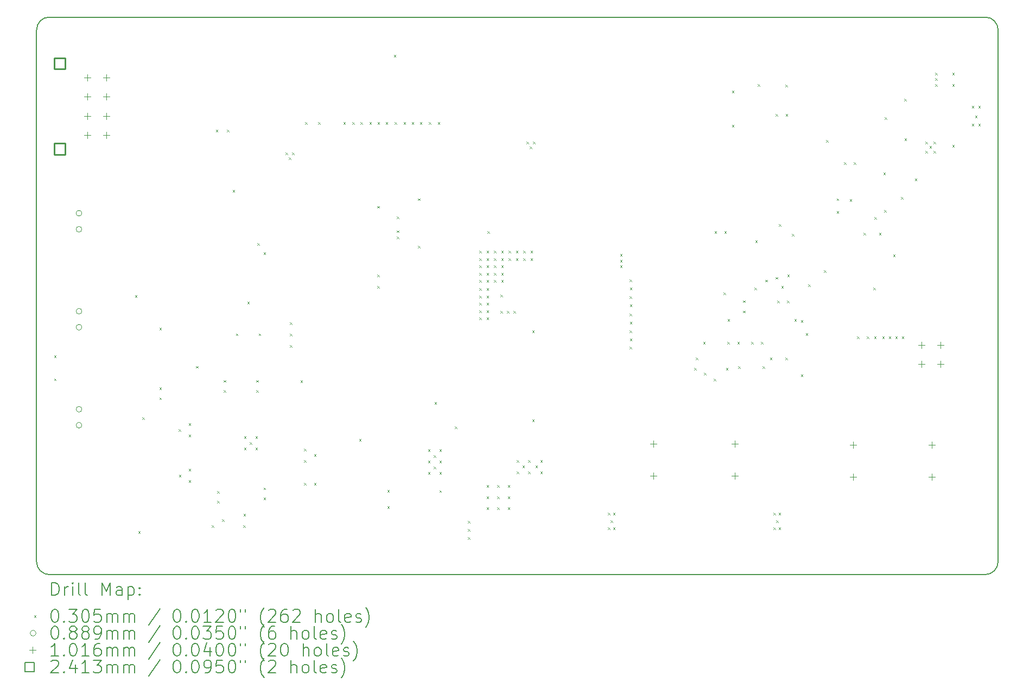
<source format=gbr>
%TF.GenerationSoftware,KiCad,Pcbnew,7.0.1*%
%TF.CreationDate,2024-02-29T06:25:07-08:00*%
%TF.ProjectId,POWERCORE-V2.0_MOTHERBOARD,504f5745-5243-44f5-9245-2d56322e305f,rev?*%
%TF.SameCoordinates,PX791ddbePYb90347e*%
%TF.FileFunction,Drillmap*%
%TF.FilePolarity,Positive*%
%FSLAX45Y45*%
G04 Gerber Fmt 4.5, Leading zero omitted, Abs format (unit mm)*
G04 Created by KiCad (PCBNEW 7.0.1) date 2024-02-29 06:25:07*
%MOMM*%
%LPD*%
G01*
G04 APERTURE LIST*
%ADD10C,0.200000*%
%ADD11C,0.030480*%
%ADD12C,0.088900*%
%ADD13C,0.101600*%
%ADD14C,0.241300*%
G04 APERTURE END LIST*
D10*
X200000Y8700000D02*
G75*
G03*
X0Y8500000I0J-200000D01*
G01*
X15000000Y200000D02*
X15000000Y8500000D01*
X14800000Y8700000D02*
X200000Y8700000D01*
X14800000Y0D02*
G75*
G03*
X15000000Y200000I0J200000D01*
G01*
X0Y8500000D02*
X0Y200000D01*
X200000Y0D02*
X14800000Y0D01*
X15000000Y8500000D02*
G75*
G03*
X14800000Y8700000I-200000J0D01*
G01*
X0Y200000D02*
G75*
G03*
X200000Y0I200000J0D01*
G01*
D11*
X272660Y3421040D02*
X303140Y3390560D01*
X303140Y3421040D02*
X272660Y3390560D01*
X272660Y3061040D02*
X303140Y3030560D01*
X303140Y3061040D02*
X272660Y3030560D01*
X1534160Y4359340D02*
X1564640Y4328860D01*
X1564640Y4359340D02*
X1534160Y4328860D01*
X1584960Y676440D02*
X1615440Y645960D01*
X1615440Y676440D02*
X1584960Y645960D01*
X1648460Y2455140D02*
X1678940Y2424660D01*
X1678940Y2455140D02*
X1648460Y2424660D01*
X1915160Y2919240D02*
X1945640Y2888760D01*
X1945640Y2919240D02*
X1915160Y2888760D01*
X1915160Y2764240D02*
X1945640Y2733760D01*
X1945640Y2764240D02*
X1915160Y2733760D01*
X1915160Y3852140D02*
X1945640Y3821660D01*
X1945640Y3852140D02*
X1915160Y3821660D01*
X2218660Y2270240D02*
X2249140Y2239760D01*
X2249140Y2270240D02*
X2218660Y2239760D01*
X2219960Y1559040D02*
X2250440Y1528560D01*
X2250440Y1559040D02*
X2219960Y1528560D01*
X2373660Y2181340D02*
X2404140Y2150860D01*
X2404140Y2181340D02*
X2373660Y2150860D01*
X2373660Y1470140D02*
X2404140Y1439660D01*
X2404140Y1470140D02*
X2373660Y1439660D01*
X2373660Y2359140D02*
X2404140Y2328660D01*
X2404140Y2359140D02*
X2373660Y2328660D01*
X2373660Y1647940D02*
X2404140Y1617460D01*
X2404140Y1647940D02*
X2373660Y1617460D01*
X2486660Y3254340D02*
X2517140Y3223860D01*
X2517140Y3254340D02*
X2486660Y3223860D01*
X2734360Y771640D02*
X2764840Y741160D01*
X2764840Y771640D02*
X2734360Y741160D01*
X2797860Y6943840D02*
X2828340Y6913360D01*
X2828340Y6943840D02*
X2797860Y6913360D01*
X2816860Y1305040D02*
X2847340Y1274560D01*
X2847340Y1305040D02*
X2816860Y1274560D01*
X2816860Y1151340D02*
X2847340Y1120860D01*
X2847340Y1151340D02*
X2816860Y1120860D01*
X2894360Y860540D02*
X2924840Y830060D01*
X2924840Y860540D02*
X2894360Y830060D01*
X2918460Y3033540D02*
X2948940Y3003060D01*
X2948940Y3033540D02*
X2918460Y3003060D01*
X2918460Y2878540D02*
X2948940Y2848060D01*
X2948940Y2878540D02*
X2918460Y2848060D01*
X2969260Y6943840D02*
X2999740Y6913360D01*
X2999740Y6943840D02*
X2969260Y6913360D01*
X3058160Y6004040D02*
X3088640Y5973560D01*
X3088640Y6004040D02*
X3058160Y5973560D01*
X3108960Y3762540D02*
X3139440Y3732060D01*
X3139440Y3762540D02*
X3108960Y3732060D01*
X3223260Y771640D02*
X3253740Y741160D01*
X3253740Y771640D02*
X3223260Y741160D01*
X3229560Y949440D02*
X3260040Y918960D01*
X3260040Y949440D02*
X3229560Y918960D01*
X3235960Y2155940D02*
X3266440Y2125460D01*
X3266440Y2155940D02*
X3235960Y2125460D01*
X3235960Y1978140D02*
X3266440Y1947660D01*
X3266440Y1978140D02*
X3235960Y1947660D01*
X3286760Y4257740D02*
X3317240Y4227260D01*
X3317240Y4257740D02*
X3286760Y4227260D01*
X3324860Y2067040D02*
X3355340Y2036560D01*
X3355340Y2067040D02*
X3324860Y2036560D01*
X3413760Y2155940D02*
X3444240Y2125460D01*
X3444240Y2155940D02*
X3413760Y2125460D01*
X3413760Y1978140D02*
X3444240Y1947660D01*
X3444240Y1978140D02*
X3413760Y1947660D01*
X3426460Y3033540D02*
X3456940Y3003060D01*
X3456940Y3033540D02*
X3426460Y3003060D01*
X3426460Y2878540D02*
X3456940Y2848060D01*
X3456940Y2878540D02*
X3426460Y2848060D01*
X3441760Y5171440D02*
X3472240Y5140960D01*
X3472240Y5171440D02*
X3441760Y5140960D01*
X3464560Y3762540D02*
X3495040Y3732060D01*
X3495040Y3762540D02*
X3464560Y3732060D01*
X3540760Y5026140D02*
X3571240Y4995660D01*
X3571240Y5026140D02*
X3540760Y4995660D01*
X3540760Y1357140D02*
X3571240Y1326660D01*
X3571240Y1357140D02*
X3540760Y1326660D01*
X3540760Y1202140D02*
X3571240Y1171660D01*
X3571240Y1202140D02*
X3540760Y1171660D01*
X3883660Y6588240D02*
X3914140Y6557760D01*
X3914140Y6588240D02*
X3883660Y6557760D01*
X3934460Y6512040D02*
X3964940Y6481560D01*
X3964940Y6512040D02*
X3934460Y6481560D01*
X3953560Y3933940D02*
X3984040Y3903460D01*
X3984040Y3933940D02*
X3953560Y3903460D01*
X3953560Y3756140D02*
X3984040Y3725660D01*
X3984040Y3756140D02*
X3953560Y3725660D01*
X3953560Y3578340D02*
X3984040Y3547860D01*
X3984040Y3578340D02*
X3953560Y3547860D01*
X3985260Y6588240D02*
X4015740Y6557760D01*
X4015740Y6588240D02*
X3985260Y6557760D01*
X4118560Y3032240D02*
X4149040Y3001760D01*
X4149040Y3032240D02*
X4118560Y3001760D01*
X4174460Y1787640D02*
X4204940Y1757160D01*
X4204940Y1787640D02*
X4174460Y1757160D01*
X4174460Y1432040D02*
X4204940Y1401560D01*
X4204940Y1432040D02*
X4174460Y1401560D01*
X4174460Y1965440D02*
X4204940Y1934960D01*
X4204940Y1965440D02*
X4174460Y1934960D01*
X4188460Y7058852D02*
X4218940Y7028372D01*
X4218940Y7058852D02*
X4188460Y7028372D01*
X4328160Y1876540D02*
X4358640Y1846060D01*
X4358640Y1876540D02*
X4328160Y1846060D01*
X4329460Y1432040D02*
X4359940Y1401560D01*
X4359940Y1432040D02*
X4329460Y1401560D01*
X4391660Y7058852D02*
X4422140Y7028372D01*
X4422140Y7058852D02*
X4391660Y7028372D01*
X4785360Y7058852D02*
X4815840Y7028372D01*
X4815840Y7058852D02*
X4785360Y7028372D01*
X4925060Y7058852D02*
X4955540Y7028372D01*
X4955540Y7058852D02*
X4925060Y7028372D01*
X5032260Y2117840D02*
X5062740Y2087360D01*
X5062740Y2117840D02*
X5032260Y2087360D01*
X5052060Y7058852D02*
X5082540Y7028372D01*
X5082540Y7058852D02*
X5052060Y7028372D01*
X5191760Y7058852D02*
X5222240Y7028372D01*
X5222240Y7058852D02*
X5191760Y7028372D01*
X5313160Y5750940D02*
X5343640Y5720460D01*
X5343640Y5750940D02*
X5313160Y5720460D01*
X5317460Y4505440D02*
X5347940Y4474960D01*
X5347940Y4505440D02*
X5317460Y4474960D01*
X5317460Y4683240D02*
X5347940Y4652760D01*
X5347940Y4683240D02*
X5317460Y4652760D01*
X5318760Y7058852D02*
X5349240Y7028372D01*
X5349240Y7058852D02*
X5318760Y7028372D01*
X5445760Y7058852D02*
X5476240Y7028372D01*
X5476240Y7058852D02*
X5445760Y7028372D01*
X5471160Y1317740D02*
X5501640Y1287260D01*
X5501640Y1317740D02*
X5471160Y1287260D01*
X5471160Y1063740D02*
X5501640Y1033260D01*
X5501640Y1063740D02*
X5471160Y1033260D01*
X5572760Y8112240D02*
X5603240Y8081760D01*
X5603240Y8112240D02*
X5572760Y8081760D01*
X5585460Y7058852D02*
X5615940Y7028372D01*
X5615940Y7058852D02*
X5585460Y7028372D01*
X5617960Y5585840D02*
X5648440Y5555360D01*
X5648440Y5585840D02*
X5617960Y5555360D01*
X5617960Y5369940D02*
X5648440Y5339460D01*
X5648440Y5369940D02*
X5617960Y5339460D01*
X5617960Y5274040D02*
X5648440Y5243560D01*
X5648440Y5274040D02*
X5617960Y5243560D01*
X5725160Y7058852D02*
X5755640Y7028372D01*
X5755640Y7058852D02*
X5725160Y7028372D01*
X5852160Y7058852D02*
X5882640Y7028372D01*
X5882640Y7058852D02*
X5852160Y7028372D01*
X5948160Y5870440D02*
X5978640Y5839960D01*
X5978640Y5870440D02*
X5948160Y5839960D01*
X5948160Y5128640D02*
X5978640Y5098160D01*
X5978640Y5128640D02*
X5948160Y5098160D01*
X5979160Y7058852D02*
X6009640Y7028372D01*
X6009640Y7058852D02*
X5979160Y7028372D01*
X6106160Y1952740D02*
X6136640Y1922260D01*
X6136640Y1952740D02*
X6106160Y1922260D01*
X6106160Y1774940D02*
X6136640Y1744460D01*
X6136640Y1774940D02*
X6106160Y1744460D01*
X6106160Y1597140D02*
X6136640Y1566660D01*
X6136640Y1597140D02*
X6106160Y1566660D01*
X6118860Y7058140D02*
X6149340Y7027660D01*
X6149340Y7058140D02*
X6118860Y7027660D01*
X6195060Y1863840D02*
X6225540Y1833360D01*
X6225540Y1863840D02*
X6195060Y1833360D01*
X6195060Y1686040D02*
X6225540Y1655560D01*
X6225540Y1686040D02*
X6195060Y1655560D01*
X6207760Y2689340D02*
X6238240Y2658860D01*
X6238240Y2689340D02*
X6207760Y2658860D01*
X6258560Y7058852D02*
X6289040Y7028372D01*
X6289040Y7058852D02*
X6258560Y7028372D01*
X6283960Y1952740D02*
X6314440Y1922260D01*
X6314440Y1952740D02*
X6283960Y1922260D01*
X6283960Y1774940D02*
X6314440Y1744460D01*
X6314440Y1774940D02*
X6283960Y1744460D01*
X6283960Y1597140D02*
X6314440Y1566660D01*
X6314440Y1597140D02*
X6283960Y1566660D01*
X6283960Y1316440D02*
X6314440Y1285960D01*
X6314440Y1316440D02*
X6283960Y1285960D01*
X6525260Y2308340D02*
X6555740Y2277860D01*
X6555740Y2308340D02*
X6525260Y2277860D01*
X6728460Y835140D02*
X6758940Y804660D01*
X6758940Y835140D02*
X6728460Y804660D01*
X6728460Y581140D02*
X6758940Y550660D01*
X6758940Y581140D02*
X6728460Y550660D01*
X6728860Y708140D02*
X6759340Y677660D01*
X6759340Y708140D02*
X6728860Y677660D01*
X6906260Y5051540D02*
X6936740Y5021060D01*
X6936740Y5051540D02*
X6906260Y5021060D01*
X6906260Y4937240D02*
X6936740Y4906760D01*
X6936740Y4937240D02*
X6906260Y4906760D01*
X6906260Y4822940D02*
X6936740Y4792460D01*
X6936740Y4822940D02*
X6906260Y4792460D01*
X6906260Y4708640D02*
X6936740Y4678160D01*
X6936740Y4708640D02*
X6906260Y4678160D01*
X6906260Y4594340D02*
X6936740Y4563860D01*
X6936740Y4594340D02*
X6906260Y4563860D01*
X6906260Y4467340D02*
X6936740Y4436860D01*
X6936740Y4467340D02*
X6906260Y4436860D01*
X6906260Y4353040D02*
X6936740Y4322560D01*
X6936740Y4353040D02*
X6906260Y4322560D01*
X6906260Y4238740D02*
X6936740Y4208260D01*
X6936740Y4238740D02*
X6906260Y4208260D01*
X6906260Y4124440D02*
X6936740Y4093960D01*
X6936740Y4124440D02*
X6906260Y4093960D01*
X6906260Y4010140D02*
X6936740Y3979660D01*
X6936740Y4010140D02*
X6906260Y3979660D01*
X7020560Y5051540D02*
X7051040Y5021060D01*
X7051040Y5051540D02*
X7020560Y5021060D01*
X7020560Y4937240D02*
X7051040Y4906760D01*
X7051040Y4937240D02*
X7020560Y4906760D01*
X7020560Y4822940D02*
X7051040Y4792460D01*
X7051040Y4822940D02*
X7020560Y4792460D01*
X7020560Y4708640D02*
X7051040Y4678160D01*
X7051040Y4708640D02*
X7020560Y4678160D01*
X7020560Y4594340D02*
X7051040Y4563860D01*
X7051040Y4594340D02*
X7020560Y4563860D01*
X7020560Y4467340D02*
X7051040Y4436860D01*
X7051040Y4467340D02*
X7020560Y4436860D01*
X7020560Y4353040D02*
X7051040Y4322560D01*
X7051040Y4353040D02*
X7020560Y4322560D01*
X7020560Y4238740D02*
X7051040Y4208260D01*
X7051040Y4238740D02*
X7020560Y4208260D01*
X7020560Y4124440D02*
X7051040Y4093960D01*
X7051040Y4124440D02*
X7020560Y4093960D01*
X7020560Y4010140D02*
X7051040Y3979660D01*
X7051040Y4010140D02*
X7020560Y3979660D01*
X7020560Y1393940D02*
X7051040Y1363460D01*
X7051040Y1393940D02*
X7020560Y1363460D01*
X7020560Y1216140D02*
X7051040Y1185660D01*
X7051040Y1216140D02*
X7020560Y1185660D01*
X7020560Y1051040D02*
X7051040Y1020560D01*
X7051040Y1051040D02*
X7020560Y1020560D01*
X7033260Y5356340D02*
X7063740Y5325860D01*
X7063740Y5356340D02*
X7033260Y5325860D01*
X7134860Y5051540D02*
X7165340Y5021060D01*
X7165340Y5051540D02*
X7134860Y5021060D01*
X7134860Y4937240D02*
X7165340Y4906760D01*
X7165340Y4937240D02*
X7134860Y4906760D01*
X7134860Y4822940D02*
X7165340Y4792460D01*
X7165340Y4822940D02*
X7134860Y4792460D01*
X7134860Y4708640D02*
X7165340Y4678160D01*
X7165340Y4708640D02*
X7134860Y4678160D01*
X7134860Y4594340D02*
X7165340Y4563860D01*
X7165340Y4594340D02*
X7134860Y4563860D01*
X7185660Y1393940D02*
X7216140Y1363460D01*
X7216140Y1393940D02*
X7185660Y1363460D01*
X7185660Y1216140D02*
X7216140Y1185660D01*
X7216140Y1216140D02*
X7185660Y1185660D01*
X7185660Y1051040D02*
X7216140Y1020560D01*
X7216140Y1051040D02*
X7185660Y1020560D01*
X7236460Y4111740D02*
X7266940Y4081260D01*
X7266940Y4111740D02*
X7236460Y4081260D01*
X7238660Y4365540D02*
X7269140Y4335060D01*
X7269140Y4365540D02*
X7238660Y4335060D01*
X7249160Y5051540D02*
X7279640Y5021060D01*
X7279640Y5051540D02*
X7249160Y5021060D01*
X7249160Y4937240D02*
X7279640Y4906760D01*
X7279640Y4937240D02*
X7249160Y4906760D01*
X7249160Y4822940D02*
X7279640Y4792460D01*
X7279640Y4822940D02*
X7249160Y4792460D01*
X7249160Y4708640D02*
X7279640Y4678160D01*
X7279640Y4708640D02*
X7249160Y4678160D01*
X7249160Y4594340D02*
X7279640Y4563860D01*
X7279640Y4594340D02*
X7249160Y4563860D01*
X7338060Y4111740D02*
X7368540Y4081260D01*
X7368540Y4111740D02*
X7338060Y4081260D01*
X7350760Y1393940D02*
X7381240Y1363460D01*
X7381240Y1393940D02*
X7350760Y1363460D01*
X7350760Y1216140D02*
X7381240Y1185660D01*
X7381240Y1216140D02*
X7350760Y1185660D01*
X7350760Y1051040D02*
X7381240Y1020560D01*
X7381240Y1051040D02*
X7350760Y1020560D01*
X7363460Y5051540D02*
X7393940Y5021060D01*
X7393940Y5051540D02*
X7363460Y5021060D01*
X7363460Y4937240D02*
X7393940Y4906760D01*
X7393940Y4937240D02*
X7363460Y4906760D01*
X7439660Y4111740D02*
X7470140Y4081260D01*
X7470140Y4111740D02*
X7439660Y4081260D01*
X7477760Y5051540D02*
X7508240Y5021060D01*
X7508240Y5051540D02*
X7477760Y5021060D01*
X7477760Y4937240D02*
X7508240Y4906760D01*
X7508240Y4937240D02*
X7477760Y4906760D01*
X7490460Y1787640D02*
X7520940Y1757160D01*
X7520940Y1787640D02*
X7490460Y1757160D01*
X7490460Y1609840D02*
X7520940Y1579360D01*
X7520940Y1609840D02*
X7490460Y1579360D01*
X7579360Y1698740D02*
X7609840Y1668260D01*
X7609840Y1698740D02*
X7579360Y1668260D01*
X7592060Y5051540D02*
X7622540Y5021060D01*
X7622540Y5051540D02*
X7592060Y5021060D01*
X7592060Y4937240D02*
X7622540Y4906760D01*
X7622540Y4937240D02*
X7592060Y4906760D01*
X7642860Y6753340D02*
X7673340Y6722860D01*
X7673340Y6753340D02*
X7642860Y6722860D01*
X7668260Y1787640D02*
X7698740Y1757160D01*
X7698740Y1787640D02*
X7668260Y1757160D01*
X7668260Y1609840D02*
X7698740Y1579360D01*
X7698740Y1609840D02*
X7668260Y1579360D01*
X7693660Y6677140D02*
X7724140Y6646660D01*
X7724140Y6677140D02*
X7693660Y6646660D01*
X7706360Y5051540D02*
X7736840Y5021060D01*
X7736840Y5051540D02*
X7706360Y5021060D01*
X7706360Y4937240D02*
X7736840Y4906760D01*
X7736840Y4937240D02*
X7706360Y4906760D01*
X7731760Y3806940D02*
X7762240Y3776460D01*
X7762240Y3806940D02*
X7731760Y3776460D01*
X7731760Y2422640D02*
X7762240Y2392160D01*
X7762240Y2422640D02*
X7731760Y2392160D01*
X7744460Y6753340D02*
X7774940Y6722860D01*
X7774940Y6753340D02*
X7744460Y6722860D01*
X7782560Y1698740D02*
X7813040Y1668260D01*
X7813040Y1698740D02*
X7782560Y1668260D01*
X7858760Y1787640D02*
X7889240Y1757160D01*
X7889240Y1787640D02*
X7858760Y1757160D01*
X7858760Y1609840D02*
X7889240Y1579360D01*
X7889240Y1609840D02*
X7858760Y1579360D01*
X8914760Y965240D02*
X8945240Y934760D01*
X8945240Y965240D02*
X8914760Y934760D01*
X8914760Y735240D02*
X8945240Y704760D01*
X8945240Y735240D02*
X8914760Y704760D01*
X8956560Y847840D02*
X8987040Y817360D01*
X8987040Y847840D02*
X8956560Y817360D01*
X8994760Y965240D02*
X9025240Y934760D01*
X9025240Y965240D02*
X8994760Y934760D01*
X8994760Y735240D02*
X9025240Y704760D01*
X9025240Y735240D02*
X8994760Y704760D01*
X9103360Y4911840D02*
X9133840Y4881360D01*
X9133840Y4911840D02*
X9103360Y4881360D01*
X9104660Y5000740D02*
X9135140Y4970260D01*
X9135140Y5000740D02*
X9104660Y4970260D01*
X9104660Y4822940D02*
X9135140Y4792460D01*
X9135140Y4822940D02*
X9104660Y4792460D01*
X9250860Y4607040D02*
X9281340Y4576560D01*
X9281340Y4607040D02*
X9250860Y4576560D01*
X9250860Y4340340D02*
X9281340Y4309860D01*
X9281340Y4340340D02*
X9250860Y4309860D01*
X9250860Y4073640D02*
X9281340Y4043160D01*
X9281340Y4073640D02*
X9250860Y4043160D01*
X9250860Y3806940D02*
X9281340Y3776460D01*
X9281340Y3806940D02*
X9250860Y3776460D01*
X9250860Y3552940D02*
X9281340Y3522460D01*
X9281340Y3552940D02*
X9250860Y3522460D01*
X9255760Y4480040D02*
X9286240Y4449560D01*
X9286240Y4480040D02*
X9255760Y4449560D01*
X9255760Y4213340D02*
X9286240Y4182860D01*
X9286240Y4213340D02*
X9255760Y4182860D01*
X9255760Y3946640D02*
X9286240Y3916160D01*
X9286240Y3946640D02*
X9255760Y3916160D01*
X9255760Y3679940D02*
X9286240Y3649460D01*
X9286240Y3679940D02*
X9255760Y3649460D01*
X10259060Y3222740D02*
X10289540Y3192260D01*
X10289540Y3222740D02*
X10259060Y3192260D01*
X10284460Y3387840D02*
X10314940Y3357360D01*
X10314940Y3387840D02*
X10284460Y3357360D01*
X10398760Y3629140D02*
X10429240Y3598660D01*
X10429240Y3629140D02*
X10398760Y3598660D01*
X10410160Y3146540D02*
X10440640Y3116060D01*
X10440640Y3146540D02*
X10410160Y3116060D01*
X10565160Y3057640D02*
X10595640Y3027160D01*
X10595640Y3057640D02*
X10565160Y3027160D01*
X10576560Y5357640D02*
X10607040Y5327160D01*
X10607040Y5357640D02*
X10576560Y5327160D01*
X10716260Y4403840D02*
X10746740Y4373360D01*
X10746740Y4403840D02*
X10716260Y4373360D01*
X10730260Y5356340D02*
X10760740Y5325860D01*
X10760740Y5356340D02*
X10730260Y5325860D01*
X10754360Y3222740D02*
X10784840Y3192260D01*
X10784840Y3222740D02*
X10754360Y3192260D01*
X10778460Y3629140D02*
X10808940Y3598660D01*
X10808940Y3629140D02*
X10778460Y3598660D01*
X10779760Y3984740D02*
X10810240Y3954260D01*
X10810240Y3984740D02*
X10779760Y3954260D01*
X10849660Y7020040D02*
X10880140Y6989560D01*
X10880140Y7020040D02*
X10849660Y6989560D01*
X10849660Y7553440D02*
X10880140Y7522960D01*
X10880140Y7553440D02*
X10849660Y7522960D01*
X10932160Y3629140D02*
X10962640Y3598660D01*
X10962640Y3629140D02*
X10932160Y3598660D01*
X10944860Y3248140D02*
X10975340Y3217660D01*
X10975340Y3248140D02*
X10944860Y3217660D01*
X11021060Y4278140D02*
X11051540Y4247660D01*
X11051540Y4278140D02*
X11021060Y4247660D01*
X11021060Y4117966D02*
X11051540Y4087486D01*
X11051540Y4117966D02*
X11021060Y4087486D01*
X11146760Y3629140D02*
X11177240Y3598660D01*
X11177240Y3629140D02*
X11146760Y3598660D01*
X11198860Y4480040D02*
X11229340Y4449560D01*
X11229340Y4480040D02*
X11198860Y4449560D01*
X11211560Y5216640D02*
X11242040Y5186160D01*
X11242040Y5216640D02*
X11211560Y5186160D01*
X11249660Y7655040D02*
X11280140Y7624560D01*
X11280140Y7655040D02*
X11249660Y7624560D01*
X11300460Y3629140D02*
X11330940Y3598660D01*
X11330940Y3629140D02*
X11300460Y3598660D01*
X11325860Y3248140D02*
X11356340Y3217660D01*
X11356340Y3248140D02*
X11325860Y3217660D01*
X11370310Y4600690D02*
X11400790Y4570210D01*
X11400790Y4600690D02*
X11370310Y4570210D01*
X11440160Y3387840D02*
X11470640Y3357360D01*
X11470640Y3387840D02*
X11440160Y3357360D01*
X11494760Y965240D02*
X11525240Y934760D01*
X11525240Y965240D02*
X11494760Y934760D01*
X11494760Y735240D02*
X11525240Y704760D01*
X11525240Y735240D02*
X11494760Y704760D01*
X11529060Y4644428D02*
X11559540Y4613948D01*
X11559540Y4644428D02*
X11529060Y4613948D01*
X11531860Y7185140D02*
X11562340Y7154660D01*
X11562340Y7185140D02*
X11531860Y7154660D01*
X11536560Y847840D02*
X11567040Y817360D01*
X11567040Y847840D02*
X11536560Y817360D01*
X11554460Y4276840D02*
X11584940Y4246360D01*
X11584940Y4276840D02*
X11554460Y4246360D01*
X11574760Y965240D02*
X11605240Y934760D01*
X11605240Y965240D02*
X11574760Y934760D01*
X11574760Y735240D02*
X11605240Y704760D01*
X11605240Y735240D02*
X11574760Y704760D01*
X11579860Y5470640D02*
X11610340Y5440160D01*
X11610340Y5470640D02*
X11579860Y5440160D01*
X11617960Y4505440D02*
X11648440Y4474960D01*
X11648440Y4505440D02*
X11617960Y4474960D01*
X11681460Y7642340D02*
X11711940Y7611860D01*
X11711940Y7642340D02*
X11681460Y7611860D01*
X11681460Y3387840D02*
X11711940Y3357360D01*
X11711940Y3387840D02*
X11681460Y3357360D01*
X11686860Y7185140D02*
X11717340Y7154660D01*
X11717340Y7185140D02*
X11686860Y7154660D01*
X11708160Y4276840D02*
X11738640Y4246360D01*
X11738640Y4276840D02*
X11708160Y4246360D01*
X11712960Y4683240D02*
X11743440Y4652760D01*
X11743440Y4683240D02*
X11712960Y4652760D01*
X11783060Y5318240D02*
X11813540Y5287760D01*
X11813540Y5318240D02*
X11783060Y5287760D01*
X11821160Y3984740D02*
X11851640Y3954260D01*
X11851640Y3984740D02*
X11821160Y3954260D01*
X11922760Y3972040D02*
X11953240Y3941560D01*
X11953240Y3972040D02*
X11922760Y3941560D01*
X11922760Y3121140D02*
X11953240Y3090660D01*
X11953240Y3121140D02*
X11922760Y3090660D01*
X11998960Y3768840D02*
X12029440Y3738360D01*
X12029440Y3768840D02*
X11998960Y3738360D01*
X12038360Y4530840D02*
X12068840Y4500360D01*
X12068840Y4530840D02*
X12038360Y4500360D01*
X12284760Y4746740D02*
X12315240Y4716260D01*
X12315240Y4746740D02*
X12284760Y4716260D01*
X12316460Y6778740D02*
X12346940Y6748260D01*
X12346940Y6778740D02*
X12316460Y6748260D01*
X12481010Y5870440D02*
X12511490Y5839960D01*
X12511490Y5870440D02*
X12481010Y5839960D01*
X12481560Y5673840D02*
X12512040Y5643360D01*
X12512040Y5673840D02*
X12481560Y5643360D01*
X12595860Y6435840D02*
X12626340Y6405360D01*
X12626340Y6435840D02*
X12595860Y6405360D01*
X12684760Y5857940D02*
X12715240Y5827460D01*
X12715240Y5857940D02*
X12684760Y5827460D01*
X12749560Y6435840D02*
X12780040Y6405360D01*
X12780040Y6435840D02*
X12749560Y6405360D01*
X12799060Y3718040D02*
X12829540Y3687560D01*
X12829540Y3718040D02*
X12799060Y3687560D01*
X12899360Y5330940D02*
X12929840Y5300460D01*
X12929840Y5330940D02*
X12899360Y5300460D01*
X12951460Y3718040D02*
X12981940Y3687560D01*
X12981940Y3718040D02*
X12951460Y3687560D01*
X13053060Y4480040D02*
X13083540Y4449560D01*
X13083540Y4480040D02*
X13053060Y4449560D01*
X13065760Y3718040D02*
X13096240Y3687560D01*
X13096240Y3718040D02*
X13065760Y3687560D01*
X13072110Y5578590D02*
X13102590Y5548110D01*
X13102590Y5578590D02*
X13072110Y5548110D01*
X13141960Y5330940D02*
X13172440Y5300460D01*
X13172440Y5330940D02*
X13141960Y5300460D01*
X13192760Y3718040D02*
X13223240Y3687560D01*
X13223240Y3718040D02*
X13192760Y3687560D01*
X13211860Y6270740D02*
X13242340Y6240260D01*
X13242340Y6270740D02*
X13211860Y6240260D01*
X13224560Y5686540D02*
X13255040Y5656060D01*
X13255040Y5686540D02*
X13224560Y5656060D01*
X13230860Y7134340D02*
X13261340Y7103860D01*
X13261340Y7134340D02*
X13230860Y7103860D01*
X13294360Y3718040D02*
X13324840Y3687560D01*
X13324840Y3718040D02*
X13294360Y3687560D01*
X13361960Y4993640D02*
X13392440Y4963160D01*
X13392440Y4993640D02*
X13361960Y4963160D01*
X13395960Y3718040D02*
X13426440Y3687560D01*
X13426440Y3718040D02*
X13395960Y3687560D01*
X13484860Y5889740D02*
X13515340Y5859260D01*
X13515340Y5889740D02*
X13484860Y5859260D01*
X13497560Y3718040D02*
X13528040Y3687560D01*
X13528040Y3718040D02*
X13497560Y3687560D01*
X13535660Y7426440D02*
X13566140Y7395960D01*
X13566140Y7426440D02*
X13535660Y7395960D01*
X13541960Y6804140D02*
X13572440Y6773660D01*
X13572440Y6804140D02*
X13541960Y6773660D01*
X13702260Y6181840D02*
X13732740Y6151360D01*
X13732740Y6181840D02*
X13702260Y6151360D01*
X13865860Y6753340D02*
X13896340Y6722860D01*
X13896340Y6753340D02*
X13865860Y6722860D01*
X13865860Y6613640D02*
X13896340Y6583160D01*
X13896340Y6613640D02*
X13865860Y6583160D01*
X13929360Y6689840D02*
X13959840Y6659360D01*
X13959840Y6689840D02*
X13929360Y6659360D01*
X13992860Y6753340D02*
X14023340Y6722860D01*
X14023340Y6753340D02*
X13992860Y6722860D01*
X13992860Y6613640D02*
X14023340Y6583160D01*
X14023340Y6613640D02*
X13992860Y6583160D01*
X14018260Y7832840D02*
X14048740Y7802360D01*
X14048740Y7832840D02*
X14018260Y7802360D01*
X14018260Y7743940D02*
X14048740Y7713460D01*
X14048740Y7743940D02*
X14018260Y7713460D01*
X14018260Y7655040D02*
X14048740Y7624560D01*
X14048740Y7655040D02*
X14018260Y7624560D01*
X14286260Y7832840D02*
X14316740Y7802360D01*
X14316740Y7832840D02*
X14286260Y7802360D01*
X14286260Y7655040D02*
X14316740Y7624560D01*
X14316740Y7655040D02*
X14286260Y7624560D01*
X14286260Y6702540D02*
X14316740Y6672060D01*
X14316740Y6702540D02*
X14286260Y6672060D01*
X14589760Y7312140D02*
X14620240Y7281660D01*
X14620240Y7312140D02*
X14589760Y7281660D01*
X14589760Y7032740D02*
X14620240Y7002260D01*
X14620240Y7032740D02*
X14589760Y7002260D01*
X14640560Y7159740D02*
X14671040Y7129260D01*
X14671040Y7159740D02*
X14640560Y7129260D01*
X14691360Y7312140D02*
X14721840Y7281660D01*
X14721840Y7312140D02*
X14691360Y7281660D01*
X14691360Y7032740D02*
X14721840Y7002260D01*
X14721840Y7032740D02*
X14691360Y7002260D01*
D12*
X705882Y5639206D02*
G75*
G03*
X705882Y5639206I-44450J0D01*
G01*
X705882Y5389206D02*
G75*
G03*
X705882Y5389206I-44450J0D01*
G01*
X705882Y4110000D02*
G75*
G03*
X705882Y4110000I-44450J0D01*
G01*
X705882Y3860000D02*
G75*
G03*
X705882Y3860000I-44450J0D01*
G01*
X705882Y2580800D02*
G75*
G03*
X705882Y2580800I-44450J0D01*
G01*
X705882Y2330800D02*
G75*
G03*
X705882Y2330800I-44450J0D01*
G01*
D13*
X791800Y7809300D02*
X791800Y7707700D01*
X741000Y7758500D02*
X842600Y7758500D01*
X791800Y7509300D02*
X791800Y7407700D01*
X741000Y7458500D02*
X842600Y7458500D01*
X791800Y7209300D02*
X791800Y7107700D01*
X741000Y7158500D02*
X842600Y7158500D01*
X791800Y6909300D02*
X791800Y6807700D01*
X741000Y6858500D02*
X842600Y6858500D01*
X1091800Y7809300D02*
X1091800Y7707700D01*
X1041000Y7758500D02*
X1142600Y7758500D01*
X1091800Y7509300D02*
X1091800Y7407700D01*
X1041000Y7458500D02*
X1142600Y7458500D01*
X1091800Y7209300D02*
X1091800Y7107700D01*
X1041000Y7158500D02*
X1142600Y7158500D01*
X1091800Y6909300D02*
X1091800Y6807700D01*
X1041000Y6858500D02*
X1142600Y6858500D01*
X9626600Y2090968D02*
X9626600Y1989368D01*
X9575800Y2040168D02*
X9677400Y2040168D01*
X9626600Y1590968D02*
X9626600Y1489368D01*
X9575800Y1540168D02*
X9677400Y1540168D01*
X10896600Y2090968D02*
X10896600Y1989368D01*
X10845800Y2040168D02*
X10947400Y2040168D01*
X10896600Y1590968D02*
X10896600Y1489368D01*
X10845800Y1540168D02*
X10947400Y1540168D01*
X12738100Y2078268D02*
X12738100Y1976668D01*
X12687300Y2027468D02*
X12788900Y2027468D01*
X12738100Y1578268D02*
X12738100Y1476668D01*
X12687300Y1527468D02*
X12788900Y1527468D01*
X13803725Y3636900D02*
X13803725Y3535300D01*
X13752925Y3586100D02*
X13854525Y3586100D01*
X13803725Y3336900D02*
X13803725Y3235300D01*
X13752925Y3286100D02*
X13854525Y3286100D01*
X13970000Y2078268D02*
X13970000Y1976668D01*
X13919200Y2027468D02*
X14020800Y2027468D01*
X13970000Y1578268D02*
X13970000Y1476668D01*
X13919200Y1527468D02*
X14020800Y1527468D01*
X14103725Y3636900D02*
X14103725Y3535300D01*
X14052925Y3586100D02*
X14154525Y3586100D01*
X14103725Y3336900D02*
X14103725Y3235300D01*
X14052925Y3286100D02*
X14154525Y3286100D01*
D14*
X445313Y7888667D02*
X445313Y8059293D01*
X274687Y8059293D01*
X274687Y7888667D01*
X445313Y7888667D01*
X445313Y6557707D02*
X445313Y6728333D01*
X274687Y6728333D01*
X274687Y6557707D01*
X445313Y6557707D01*
D10*
X237619Y-322524D02*
X237619Y-122524D01*
X237619Y-122524D02*
X285238Y-122524D01*
X285238Y-122524D02*
X313810Y-132048D01*
X313810Y-132048D02*
X332857Y-151095D01*
X332857Y-151095D02*
X342381Y-170143D01*
X342381Y-170143D02*
X351905Y-208238D01*
X351905Y-208238D02*
X351905Y-236809D01*
X351905Y-236809D02*
X342381Y-274905D01*
X342381Y-274905D02*
X332857Y-293952D01*
X332857Y-293952D02*
X313810Y-313000D01*
X313810Y-313000D02*
X285238Y-322524D01*
X285238Y-322524D02*
X237619Y-322524D01*
X437619Y-322524D02*
X437619Y-189190D01*
X437619Y-227286D02*
X447143Y-208238D01*
X447143Y-208238D02*
X456667Y-198714D01*
X456667Y-198714D02*
X475714Y-189190D01*
X475714Y-189190D02*
X494762Y-189190D01*
X561429Y-322524D02*
X561429Y-189190D01*
X561429Y-122524D02*
X551905Y-132048D01*
X551905Y-132048D02*
X561429Y-141571D01*
X561429Y-141571D02*
X570952Y-132048D01*
X570952Y-132048D02*
X561429Y-122524D01*
X561429Y-122524D02*
X561429Y-141571D01*
X685238Y-322524D02*
X666190Y-313000D01*
X666190Y-313000D02*
X656667Y-293952D01*
X656667Y-293952D02*
X656667Y-122524D01*
X790000Y-322524D02*
X770952Y-313000D01*
X770952Y-313000D02*
X761428Y-293952D01*
X761428Y-293952D02*
X761428Y-122524D01*
X1018571Y-322524D02*
X1018571Y-122524D01*
X1018571Y-122524D02*
X1085238Y-265381D01*
X1085238Y-265381D02*
X1151905Y-122524D01*
X1151905Y-122524D02*
X1151905Y-322524D01*
X1332857Y-322524D02*
X1332857Y-217762D01*
X1332857Y-217762D02*
X1323333Y-198714D01*
X1323333Y-198714D02*
X1304286Y-189190D01*
X1304286Y-189190D02*
X1266190Y-189190D01*
X1266190Y-189190D02*
X1247143Y-198714D01*
X1332857Y-313000D02*
X1313810Y-322524D01*
X1313810Y-322524D02*
X1266190Y-322524D01*
X1266190Y-322524D02*
X1247143Y-313000D01*
X1247143Y-313000D02*
X1237619Y-293952D01*
X1237619Y-293952D02*
X1237619Y-274905D01*
X1237619Y-274905D02*
X1247143Y-255857D01*
X1247143Y-255857D02*
X1266190Y-246333D01*
X1266190Y-246333D02*
X1313810Y-246333D01*
X1313810Y-246333D02*
X1332857Y-236809D01*
X1428095Y-189190D02*
X1428095Y-389190D01*
X1428095Y-198714D02*
X1447143Y-189190D01*
X1447143Y-189190D02*
X1485238Y-189190D01*
X1485238Y-189190D02*
X1504286Y-198714D01*
X1504286Y-198714D02*
X1513809Y-208238D01*
X1513809Y-208238D02*
X1523333Y-227286D01*
X1523333Y-227286D02*
X1523333Y-284429D01*
X1523333Y-284429D02*
X1513809Y-303476D01*
X1513809Y-303476D02*
X1504286Y-313000D01*
X1504286Y-313000D02*
X1485238Y-322524D01*
X1485238Y-322524D02*
X1447143Y-322524D01*
X1447143Y-322524D02*
X1428095Y-313000D01*
X1609048Y-303476D02*
X1618571Y-313000D01*
X1618571Y-313000D02*
X1609048Y-322524D01*
X1609048Y-322524D02*
X1599524Y-313000D01*
X1599524Y-313000D02*
X1609048Y-303476D01*
X1609048Y-303476D02*
X1609048Y-322524D01*
X1609048Y-198714D02*
X1618571Y-208238D01*
X1618571Y-208238D02*
X1609048Y-217762D01*
X1609048Y-217762D02*
X1599524Y-208238D01*
X1599524Y-208238D02*
X1609048Y-198714D01*
X1609048Y-198714D02*
X1609048Y-217762D01*
D11*
X-40480Y-634760D02*
X-10000Y-665240D01*
X-10000Y-634760D02*
X-40480Y-665240D01*
D10*
X275714Y-542524D02*
X294762Y-542524D01*
X294762Y-542524D02*
X313810Y-552048D01*
X313810Y-552048D02*
X323333Y-561571D01*
X323333Y-561571D02*
X332857Y-580619D01*
X332857Y-580619D02*
X342381Y-618714D01*
X342381Y-618714D02*
X342381Y-666333D01*
X342381Y-666333D02*
X332857Y-704428D01*
X332857Y-704428D02*
X323333Y-723476D01*
X323333Y-723476D02*
X313810Y-733000D01*
X313810Y-733000D02*
X294762Y-742524D01*
X294762Y-742524D02*
X275714Y-742524D01*
X275714Y-742524D02*
X256667Y-733000D01*
X256667Y-733000D02*
X247143Y-723476D01*
X247143Y-723476D02*
X237619Y-704428D01*
X237619Y-704428D02*
X228095Y-666333D01*
X228095Y-666333D02*
X228095Y-618714D01*
X228095Y-618714D02*
X237619Y-580619D01*
X237619Y-580619D02*
X247143Y-561571D01*
X247143Y-561571D02*
X256667Y-552048D01*
X256667Y-552048D02*
X275714Y-542524D01*
X428095Y-723476D02*
X437619Y-733000D01*
X437619Y-733000D02*
X428095Y-742524D01*
X428095Y-742524D02*
X418571Y-733000D01*
X418571Y-733000D02*
X428095Y-723476D01*
X428095Y-723476D02*
X428095Y-742524D01*
X504286Y-542524D02*
X628095Y-542524D01*
X628095Y-542524D02*
X561429Y-618714D01*
X561429Y-618714D02*
X590000Y-618714D01*
X590000Y-618714D02*
X609048Y-628238D01*
X609048Y-628238D02*
X618571Y-637762D01*
X618571Y-637762D02*
X628095Y-656810D01*
X628095Y-656810D02*
X628095Y-704428D01*
X628095Y-704428D02*
X618571Y-723476D01*
X618571Y-723476D02*
X609048Y-733000D01*
X609048Y-733000D02*
X590000Y-742524D01*
X590000Y-742524D02*
X532857Y-742524D01*
X532857Y-742524D02*
X513809Y-733000D01*
X513809Y-733000D02*
X504286Y-723476D01*
X751905Y-542524D02*
X770952Y-542524D01*
X770952Y-542524D02*
X790000Y-552048D01*
X790000Y-552048D02*
X799524Y-561571D01*
X799524Y-561571D02*
X809048Y-580619D01*
X809048Y-580619D02*
X818571Y-618714D01*
X818571Y-618714D02*
X818571Y-666333D01*
X818571Y-666333D02*
X809048Y-704428D01*
X809048Y-704428D02*
X799524Y-723476D01*
X799524Y-723476D02*
X790000Y-733000D01*
X790000Y-733000D02*
X770952Y-742524D01*
X770952Y-742524D02*
X751905Y-742524D01*
X751905Y-742524D02*
X732857Y-733000D01*
X732857Y-733000D02*
X723333Y-723476D01*
X723333Y-723476D02*
X713809Y-704428D01*
X713809Y-704428D02*
X704286Y-666333D01*
X704286Y-666333D02*
X704286Y-618714D01*
X704286Y-618714D02*
X713809Y-580619D01*
X713809Y-580619D02*
X723333Y-561571D01*
X723333Y-561571D02*
X732857Y-552048D01*
X732857Y-552048D02*
X751905Y-542524D01*
X999524Y-542524D02*
X904286Y-542524D01*
X904286Y-542524D02*
X894762Y-637762D01*
X894762Y-637762D02*
X904286Y-628238D01*
X904286Y-628238D02*
X923333Y-618714D01*
X923333Y-618714D02*
X970952Y-618714D01*
X970952Y-618714D02*
X990000Y-628238D01*
X990000Y-628238D02*
X999524Y-637762D01*
X999524Y-637762D02*
X1009048Y-656810D01*
X1009048Y-656810D02*
X1009048Y-704428D01*
X1009048Y-704428D02*
X999524Y-723476D01*
X999524Y-723476D02*
X990000Y-733000D01*
X990000Y-733000D02*
X970952Y-742524D01*
X970952Y-742524D02*
X923333Y-742524D01*
X923333Y-742524D02*
X904286Y-733000D01*
X904286Y-733000D02*
X894762Y-723476D01*
X1094762Y-742524D02*
X1094762Y-609190D01*
X1094762Y-628238D02*
X1104286Y-618714D01*
X1104286Y-618714D02*
X1123333Y-609190D01*
X1123333Y-609190D02*
X1151905Y-609190D01*
X1151905Y-609190D02*
X1170952Y-618714D01*
X1170952Y-618714D02*
X1180476Y-637762D01*
X1180476Y-637762D02*
X1180476Y-742524D01*
X1180476Y-637762D02*
X1190000Y-618714D01*
X1190000Y-618714D02*
X1209048Y-609190D01*
X1209048Y-609190D02*
X1237619Y-609190D01*
X1237619Y-609190D02*
X1256667Y-618714D01*
X1256667Y-618714D02*
X1266191Y-637762D01*
X1266191Y-637762D02*
X1266191Y-742524D01*
X1361429Y-742524D02*
X1361429Y-609190D01*
X1361429Y-628238D02*
X1370952Y-618714D01*
X1370952Y-618714D02*
X1390000Y-609190D01*
X1390000Y-609190D02*
X1418571Y-609190D01*
X1418571Y-609190D02*
X1437619Y-618714D01*
X1437619Y-618714D02*
X1447143Y-637762D01*
X1447143Y-637762D02*
X1447143Y-742524D01*
X1447143Y-637762D02*
X1456667Y-618714D01*
X1456667Y-618714D02*
X1475714Y-609190D01*
X1475714Y-609190D02*
X1504286Y-609190D01*
X1504286Y-609190D02*
X1523333Y-618714D01*
X1523333Y-618714D02*
X1532857Y-637762D01*
X1532857Y-637762D02*
X1532857Y-742524D01*
X1923333Y-533000D02*
X1751905Y-790143D01*
X2180476Y-542524D02*
X2199524Y-542524D01*
X2199524Y-542524D02*
X2218572Y-552048D01*
X2218572Y-552048D02*
X2228095Y-561571D01*
X2228095Y-561571D02*
X2237619Y-580619D01*
X2237619Y-580619D02*
X2247143Y-618714D01*
X2247143Y-618714D02*
X2247143Y-666333D01*
X2247143Y-666333D02*
X2237619Y-704428D01*
X2237619Y-704428D02*
X2228095Y-723476D01*
X2228095Y-723476D02*
X2218572Y-733000D01*
X2218572Y-733000D02*
X2199524Y-742524D01*
X2199524Y-742524D02*
X2180476Y-742524D01*
X2180476Y-742524D02*
X2161429Y-733000D01*
X2161429Y-733000D02*
X2151905Y-723476D01*
X2151905Y-723476D02*
X2142381Y-704428D01*
X2142381Y-704428D02*
X2132857Y-666333D01*
X2132857Y-666333D02*
X2132857Y-618714D01*
X2132857Y-618714D02*
X2142381Y-580619D01*
X2142381Y-580619D02*
X2151905Y-561571D01*
X2151905Y-561571D02*
X2161429Y-552048D01*
X2161429Y-552048D02*
X2180476Y-542524D01*
X2332857Y-723476D02*
X2342381Y-733000D01*
X2342381Y-733000D02*
X2332857Y-742524D01*
X2332857Y-742524D02*
X2323334Y-733000D01*
X2323334Y-733000D02*
X2332857Y-723476D01*
X2332857Y-723476D02*
X2332857Y-742524D01*
X2466191Y-542524D02*
X2485238Y-542524D01*
X2485238Y-542524D02*
X2504286Y-552048D01*
X2504286Y-552048D02*
X2513810Y-561571D01*
X2513810Y-561571D02*
X2523334Y-580619D01*
X2523334Y-580619D02*
X2532857Y-618714D01*
X2532857Y-618714D02*
X2532857Y-666333D01*
X2532857Y-666333D02*
X2523334Y-704428D01*
X2523334Y-704428D02*
X2513810Y-723476D01*
X2513810Y-723476D02*
X2504286Y-733000D01*
X2504286Y-733000D02*
X2485238Y-742524D01*
X2485238Y-742524D02*
X2466191Y-742524D01*
X2466191Y-742524D02*
X2447143Y-733000D01*
X2447143Y-733000D02*
X2437619Y-723476D01*
X2437619Y-723476D02*
X2428095Y-704428D01*
X2428095Y-704428D02*
X2418572Y-666333D01*
X2418572Y-666333D02*
X2418572Y-618714D01*
X2418572Y-618714D02*
X2428095Y-580619D01*
X2428095Y-580619D02*
X2437619Y-561571D01*
X2437619Y-561571D02*
X2447143Y-552048D01*
X2447143Y-552048D02*
X2466191Y-542524D01*
X2723334Y-742524D02*
X2609048Y-742524D01*
X2666191Y-742524D02*
X2666191Y-542524D01*
X2666191Y-542524D02*
X2647143Y-571095D01*
X2647143Y-571095D02*
X2628095Y-590143D01*
X2628095Y-590143D02*
X2609048Y-599667D01*
X2799524Y-561571D02*
X2809048Y-552048D01*
X2809048Y-552048D02*
X2828095Y-542524D01*
X2828095Y-542524D02*
X2875714Y-542524D01*
X2875714Y-542524D02*
X2894762Y-552048D01*
X2894762Y-552048D02*
X2904286Y-561571D01*
X2904286Y-561571D02*
X2913810Y-580619D01*
X2913810Y-580619D02*
X2913810Y-599667D01*
X2913810Y-599667D02*
X2904286Y-628238D01*
X2904286Y-628238D02*
X2790000Y-742524D01*
X2790000Y-742524D02*
X2913810Y-742524D01*
X3037619Y-542524D02*
X3056667Y-542524D01*
X3056667Y-542524D02*
X3075714Y-552048D01*
X3075714Y-552048D02*
X3085238Y-561571D01*
X3085238Y-561571D02*
X3094762Y-580619D01*
X3094762Y-580619D02*
X3104286Y-618714D01*
X3104286Y-618714D02*
X3104286Y-666333D01*
X3104286Y-666333D02*
X3094762Y-704428D01*
X3094762Y-704428D02*
X3085238Y-723476D01*
X3085238Y-723476D02*
X3075714Y-733000D01*
X3075714Y-733000D02*
X3056667Y-742524D01*
X3056667Y-742524D02*
X3037619Y-742524D01*
X3037619Y-742524D02*
X3018572Y-733000D01*
X3018572Y-733000D02*
X3009048Y-723476D01*
X3009048Y-723476D02*
X2999524Y-704428D01*
X2999524Y-704428D02*
X2990000Y-666333D01*
X2990000Y-666333D02*
X2990000Y-618714D01*
X2990000Y-618714D02*
X2999524Y-580619D01*
X2999524Y-580619D02*
X3009048Y-561571D01*
X3009048Y-561571D02*
X3018572Y-552048D01*
X3018572Y-552048D02*
X3037619Y-542524D01*
X3180476Y-542524D02*
X3180476Y-580619D01*
X3256667Y-542524D02*
X3256667Y-580619D01*
X3551905Y-818714D02*
X3542381Y-809190D01*
X3542381Y-809190D02*
X3523334Y-780619D01*
X3523334Y-780619D02*
X3513810Y-761571D01*
X3513810Y-761571D02*
X3504286Y-733000D01*
X3504286Y-733000D02*
X3494762Y-685381D01*
X3494762Y-685381D02*
X3494762Y-647286D01*
X3494762Y-647286D02*
X3504286Y-599667D01*
X3504286Y-599667D02*
X3513810Y-571095D01*
X3513810Y-571095D02*
X3523334Y-552048D01*
X3523334Y-552048D02*
X3542381Y-523476D01*
X3542381Y-523476D02*
X3551905Y-513952D01*
X3618572Y-561571D02*
X3628095Y-552048D01*
X3628095Y-552048D02*
X3647143Y-542524D01*
X3647143Y-542524D02*
X3694762Y-542524D01*
X3694762Y-542524D02*
X3713810Y-552048D01*
X3713810Y-552048D02*
X3723334Y-561571D01*
X3723334Y-561571D02*
X3732857Y-580619D01*
X3732857Y-580619D02*
X3732857Y-599667D01*
X3732857Y-599667D02*
X3723334Y-628238D01*
X3723334Y-628238D02*
X3609048Y-742524D01*
X3609048Y-742524D02*
X3732857Y-742524D01*
X3904286Y-542524D02*
X3866191Y-542524D01*
X3866191Y-542524D02*
X3847143Y-552048D01*
X3847143Y-552048D02*
X3837619Y-561571D01*
X3837619Y-561571D02*
X3818572Y-590143D01*
X3818572Y-590143D02*
X3809048Y-628238D01*
X3809048Y-628238D02*
X3809048Y-704428D01*
X3809048Y-704428D02*
X3818572Y-723476D01*
X3818572Y-723476D02*
X3828095Y-733000D01*
X3828095Y-733000D02*
X3847143Y-742524D01*
X3847143Y-742524D02*
X3885238Y-742524D01*
X3885238Y-742524D02*
X3904286Y-733000D01*
X3904286Y-733000D02*
X3913810Y-723476D01*
X3913810Y-723476D02*
X3923334Y-704428D01*
X3923334Y-704428D02*
X3923334Y-656810D01*
X3923334Y-656810D02*
X3913810Y-637762D01*
X3913810Y-637762D02*
X3904286Y-628238D01*
X3904286Y-628238D02*
X3885238Y-618714D01*
X3885238Y-618714D02*
X3847143Y-618714D01*
X3847143Y-618714D02*
X3828095Y-628238D01*
X3828095Y-628238D02*
X3818572Y-637762D01*
X3818572Y-637762D02*
X3809048Y-656810D01*
X3999524Y-561571D02*
X4009048Y-552048D01*
X4009048Y-552048D02*
X4028095Y-542524D01*
X4028095Y-542524D02*
X4075715Y-542524D01*
X4075715Y-542524D02*
X4094762Y-552048D01*
X4094762Y-552048D02*
X4104286Y-561571D01*
X4104286Y-561571D02*
X4113810Y-580619D01*
X4113810Y-580619D02*
X4113810Y-599667D01*
X4113810Y-599667D02*
X4104286Y-628238D01*
X4104286Y-628238D02*
X3990000Y-742524D01*
X3990000Y-742524D02*
X4113810Y-742524D01*
X4351905Y-742524D02*
X4351905Y-542524D01*
X4437619Y-742524D02*
X4437619Y-637762D01*
X4437619Y-637762D02*
X4428096Y-618714D01*
X4428096Y-618714D02*
X4409048Y-609190D01*
X4409048Y-609190D02*
X4380477Y-609190D01*
X4380477Y-609190D02*
X4361429Y-618714D01*
X4361429Y-618714D02*
X4351905Y-628238D01*
X4561429Y-742524D02*
X4542381Y-733000D01*
X4542381Y-733000D02*
X4532858Y-723476D01*
X4532858Y-723476D02*
X4523334Y-704428D01*
X4523334Y-704428D02*
X4523334Y-647286D01*
X4523334Y-647286D02*
X4532858Y-628238D01*
X4532858Y-628238D02*
X4542381Y-618714D01*
X4542381Y-618714D02*
X4561429Y-609190D01*
X4561429Y-609190D02*
X4590000Y-609190D01*
X4590000Y-609190D02*
X4609048Y-618714D01*
X4609048Y-618714D02*
X4618572Y-628238D01*
X4618572Y-628238D02*
X4628096Y-647286D01*
X4628096Y-647286D02*
X4628096Y-704428D01*
X4628096Y-704428D02*
X4618572Y-723476D01*
X4618572Y-723476D02*
X4609048Y-733000D01*
X4609048Y-733000D02*
X4590000Y-742524D01*
X4590000Y-742524D02*
X4561429Y-742524D01*
X4742381Y-742524D02*
X4723334Y-733000D01*
X4723334Y-733000D02*
X4713810Y-713952D01*
X4713810Y-713952D02*
X4713810Y-542524D01*
X4894762Y-733000D02*
X4875715Y-742524D01*
X4875715Y-742524D02*
X4837619Y-742524D01*
X4837619Y-742524D02*
X4818572Y-733000D01*
X4818572Y-733000D02*
X4809048Y-713952D01*
X4809048Y-713952D02*
X4809048Y-637762D01*
X4809048Y-637762D02*
X4818572Y-618714D01*
X4818572Y-618714D02*
X4837619Y-609190D01*
X4837619Y-609190D02*
X4875715Y-609190D01*
X4875715Y-609190D02*
X4894762Y-618714D01*
X4894762Y-618714D02*
X4904286Y-637762D01*
X4904286Y-637762D02*
X4904286Y-656810D01*
X4904286Y-656810D02*
X4809048Y-675857D01*
X4980477Y-733000D02*
X4999524Y-742524D01*
X4999524Y-742524D02*
X5037619Y-742524D01*
X5037619Y-742524D02*
X5056667Y-733000D01*
X5056667Y-733000D02*
X5066191Y-713952D01*
X5066191Y-713952D02*
X5066191Y-704428D01*
X5066191Y-704428D02*
X5056667Y-685381D01*
X5056667Y-685381D02*
X5037619Y-675857D01*
X5037619Y-675857D02*
X5009048Y-675857D01*
X5009048Y-675857D02*
X4990000Y-666333D01*
X4990000Y-666333D02*
X4980477Y-647286D01*
X4980477Y-647286D02*
X4980477Y-637762D01*
X4980477Y-637762D02*
X4990000Y-618714D01*
X4990000Y-618714D02*
X5009048Y-609190D01*
X5009048Y-609190D02*
X5037619Y-609190D01*
X5037619Y-609190D02*
X5056667Y-618714D01*
X5132858Y-818714D02*
X5142381Y-809190D01*
X5142381Y-809190D02*
X5161429Y-780619D01*
X5161429Y-780619D02*
X5170953Y-761571D01*
X5170953Y-761571D02*
X5180477Y-733000D01*
X5180477Y-733000D02*
X5190000Y-685381D01*
X5190000Y-685381D02*
X5190000Y-647286D01*
X5190000Y-647286D02*
X5180477Y-599667D01*
X5180477Y-599667D02*
X5170953Y-571095D01*
X5170953Y-571095D02*
X5161429Y-552048D01*
X5161429Y-552048D02*
X5142381Y-523476D01*
X5142381Y-523476D02*
X5132858Y-513952D01*
D12*
X-10000Y-914000D02*
G75*
G03*
X-10000Y-914000I-44450J0D01*
G01*
D10*
X275714Y-806524D02*
X294762Y-806524D01*
X294762Y-806524D02*
X313810Y-816048D01*
X313810Y-816048D02*
X323333Y-825571D01*
X323333Y-825571D02*
X332857Y-844619D01*
X332857Y-844619D02*
X342381Y-882714D01*
X342381Y-882714D02*
X342381Y-930333D01*
X342381Y-930333D02*
X332857Y-968428D01*
X332857Y-968428D02*
X323333Y-987476D01*
X323333Y-987476D02*
X313810Y-997000D01*
X313810Y-997000D02*
X294762Y-1006524D01*
X294762Y-1006524D02*
X275714Y-1006524D01*
X275714Y-1006524D02*
X256667Y-997000D01*
X256667Y-997000D02*
X247143Y-987476D01*
X247143Y-987476D02*
X237619Y-968428D01*
X237619Y-968428D02*
X228095Y-930333D01*
X228095Y-930333D02*
X228095Y-882714D01*
X228095Y-882714D02*
X237619Y-844619D01*
X237619Y-844619D02*
X247143Y-825571D01*
X247143Y-825571D02*
X256667Y-816048D01*
X256667Y-816048D02*
X275714Y-806524D01*
X428095Y-987476D02*
X437619Y-997000D01*
X437619Y-997000D02*
X428095Y-1006524D01*
X428095Y-1006524D02*
X418571Y-997000D01*
X418571Y-997000D02*
X428095Y-987476D01*
X428095Y-987476D02*
X428095Y-1006524D01*
X551905Y-892238D02*
X532857Y-882714D01*
X532857Y-882714D02*
X523333Y-873190D01*
X523333Y-873190D02*
X513809Y-854143D01*
X513809Y-854143D02*
X513809Y-844619D01*
X513809Y-844619D02*
X523333Y-825571D01*
X523333Y-825571D02*
X532857Y-816048D01*
X532857Y-816048D02*
X551905Y-806524D01*
X551905Y-806524D02*
X590000Y-806524D01*
X590000Y-806524D02*
X609048Y-816048D01*
X609048Y-816048D02*
X618571Y-825571D01*
X618571Y-825571D02*
X628095Y-844619D01*
X628095Y-844619D02*
X628095Y-854143D01*
X628095Y-854143D02*
X618571Y-873190D01*
X618571Y-873190D02*
X609048Y-882714D01*
X609048Y-882714D02*
X590000Y-892238D01*
X590000Y-892238D02*
X551905Y-892238D01*
X551905Y-892238D02*
X532857Y-901762D01*
X532857Y-901762D02*
X523333Y-911286D01*
X523333Y-911286D02*
X513809Y-930333D01*
X513809Y-930333D02*
X513809Y-968428D01*
X513809Y-968428D02*
X523333Y-987476D01*
X523333Y-987476D02*
X532857Y-997000D01*
X532857Y-997000D02*
X551905Y-1006524D01*
X551905Y-1006524D02*
X590000Y-1006524D01*
X590000Y-1006524D02*
X609048Y-997000D01*
X609048Y-997000D02*
X618571Y-987476D01*
X618571Y-987476D02*
X628095Y-968428D01*
X628095Y-968428D02*
X628095Y-930333D01*
X628095Y-930333D02*
X618571Y-911286D01*
X618571Y-911286D02*
X609048Y-901762D01*
X609048Y-901762D02*
X590000Y-892238D01*
X742381Y-892238D02*
X723333Y-882714D01*
X723333Y-882714D02*
X713809Y-873190D01*
X713809Y-873190D02*
X704286Y-854143D01*
X704286Y-854143D02*
X704286Y-844619D01*
X704286Y-844619D02*
X713809Y-825571D01*
X713809Y-825571D02*
X723333Y-816048D01*
X723333Y-816048D02*
X742381Y-806524D01*
X742381Y-806524D02*
X780476Y-806524D01*
X780476Y-806524D02*
X799524Y-816048D01*
X799524Y-816048D02*
X809048Y-825571D01*
X809048Y-825571D02*
X818571Y-844619D01*
X818571Y-844619D02*
X818571Y-854143D01*
X818571Y-854143D02*
X809048Y-873190D01*
X809048Y-873190D02*
X799524Y-882714D01*
X799524Y-882714D02*
X780476Y-892238D01*
X780476Y-892238D02*
X742381Y-892238D01*
X742381Y-892238D02*
X723333Y-901762D01*
X723333Y-901762D02*
X713809Y-911286D01*
X713809Y-911286D02*
X704286Y-930333D01*
X704286Y-930333D02*
X704286Y-968428D01*
X704286Y-968428D02*
X713809Y-987476D01*
X713809Y-987476D02*
X723333Y-997000D01*
X723333Y-997000D02*
X742381Y-1006524D01*
X742381Y-1006524D02*
X780476Y-1006524D01*
X780476Y-1006524D02*
X799524Y-997000D01*
X799524Y-997000D02*
X809048Y-987476D01*
X809048Y-987476D02*
X818571Y-968428D01*
X818571Y-968428D02*
X818571Y-930333D01*
X818571Y-930333D02*
X809048Y-911286D01*
X809048Y-911286D02*
X799524Y-901762D01*
X799524Y-901762D02*
X780476Y-892238D01*
X913809Y-1006524D02*
X951905Y-1006524D01*
X951905Y-1006524D02*
X970952Y-997000D01*
X970952Y-997000D02*
X980476Y-987476D01*
X980476Y-987476D02*
X999524Y-958905D01*
X999524Y-958905D02*
X1009048Y-920809D01*
X1009048Y-920809D02*
X1009048Y-844619D01*
X1009048Y-844619D02*
X999524Y-825571D01*
X999524Y-825571D02*
X990000Y-816048D01*
X990000Y-816048D02*
X970952Y-806524D01*
X970952Y-806524D02*
X932857Y-806524D01*
X932857Y-806524D02*
X913809Y-816048D01*
X913809Y-816048D02*
X904286Y-825571D01*
X904286Y-825571D02*
X894762Y-844619D01*
X894762Y-844619D02*
X894762Y-892238D01*
X894762Y-892238D02*
X904286Y-911286D01*
X904286Y-911286D02*
X913809Y-920809D01*
X913809Y-920809D02*
X932857Y-930333D01*
X932857Y-930333D02*
X970952Y-930333D01*
X970952Y-930333D02*
X990000Y-920809D01*
X990000Y-920809D02*
X999524Y-911286D01*
X999524Y-911286D02*
X1009048Y-892238D01*
X1094762Y-1006524D02*
X1094762Y-873190D01*
X1094762Y-892238D02*
X1104286Y-882714D01*
X1104286Y-882714D02*
X1123333Y-873190D01*
X1123333Y-873190D02*
X1151905Y-873190D01*
X1151905Y-873190D02*
X1170952Y-882714D01*
X1170952Y-882714D02*
X1180476Y-901762D01*
X1180476Y-901762D02*
X1180476Y-1006524D01*
X1180476Y-901762D02*
X1190000Y-882714D01*
X1190000Y-882714D02*
X1209048Y-873190D01*
X1209048Y-873190D02*
X1237619Y-873190D01*
X1237619Y-873190D02*
X1256667Y-882714D01*
X1256667Y-882714D02*
X1266191Y-901762D01*
X1266191Y-901762D02*
X1266191Y-1006524D01*
X1361429Y-1006524D02*
X1361429Y-873190D01*
X1361429Y-892238D02*
X1370952Y-882714D01*
X1370952Y-882714D02*
X1390000Y-873190D01*
X1390000Y-873190D02*
X1418571Y-873190D01*
X1418571Y-873190D02*
X1437619Y-882714D01*
X1437619Y-882714D02*
X1447143Y-901762D01*
X1447143Y-901762D02*
X1447143Y-1006524D01*
X1447143Y-901762D02*
X1456667Y-882714D01*
X1456667Y-882714D02*
X1475714Y-873190D01*
X1475714Y-873190D02*
X1504286Y-873190D01*
X1504286Y-873190D02*
X1523333Y-882714D01*
X1523333Y-882714D02*
X1532857Y-901762D01*
X1532857Y-901762D02*
X1532857Y-1006524D01*
X1923333Y-797000D02*
X1751905Y-1054143D01*
X2180476Y-806524D02*
X2199524Y-806524D01*
X2199524Y-806524D02*
X2218572Y-816048D01*
X2218572Y-816048D02*
X2228095Y-825571D01*
X2228095Y-825571D02*
X2237619Y-844619D01*
X2237619Y-844619D02*
X2247143Y-882714D01*
X2247143Y-882714D02*
X2247143Y-930333D01*
X2247143Y-930333D02*
X2237619Y-968428D01*
X2237619Y-968428D02*
X2228095Y-987476D01*
X2228095Y-987476D02*
X2218572Y-997000D01*
X2218572Y-997000D02*
X2199524Y-1006524D01*
X2199524Y-1006524D02*
X2180476Y-1006524D01*
X2180476Y-1006524D02*
X2161429Y-997000D01*
X2161429Y-997000D02*
X2151905Y-987476D01*
X2151905Y-987476D02*
X2142381Y-968428D01*
X2142381Y-968428D02*
X2132857Y-930333D01*
X2132857Y-930333D02*
X2132857Y-882714D01*
X2132857Y-882714D02*
X2142381Y-844619D01*
X2142381Y-844619D02*
X2151905Y-825571D01*
X2151905Y-825571D02*
X2161429Y-816048D01*
X2161429Y-816048D02*
X2180476Y-806524D01*
X2332857Y-987476D02*
X2342381Y-997000D01*
X2342381Y-997000D02*
X2332857Y-1006524D01*
X2332857Y-1006524D02*
X2323334Y-997000D01*
X2323334Y-997000D02*
X2332857Y-987476D01*
X2332857Y-987476D02*
X2332857Y-1006524D01*
X2466191Y-806524D02*
X2485238Y-806524D01*
X2485238Y-806524D02*
X2504286Y-816048D01*
X2504286Y-816048D02*
X2513810Y-825571D01*
X2513810Y-825571D02*
X2523334Y-844619D01*
X2523334Y-844619D02*
X2532857Y-882714D01*
X2532857Y-882714D02*
X2532857Y-930333D01*
X2532857Y-930333D02*
X2523334Y-968428D01*
X2523334Y-968428D02*
X2513810Y-987476D01*
X2513810Y-987476D02*
X2504286Y-997000D01*
X2504286Y-997000D02*
X2485238Y-1006524D01*
X2485238Y-1006524D02*
X2466191Y-1006524D01*
X2466191Y-1006524D02*
X2447143Y-997000D01*
X2447143Y-997000D02*
X2437619Y-987476D01*
X2437619Y-987476D02*
X2428095Y-968428D01*
X2428095Y-968428D02*
X2418572Y-930333D01*
X2418572Y-930333D02*
X2418572Y-882714D01*
X2418572Y-882714D02*
X2428095Y-844619D01*
X2428095Y-844619D02*
X2437619Y-825571D01*
X2437619Y-825571D02*
X2447143Y-816048D01*
X2447143Y-816048D02*
X2466191Y-806524D01*
X2599524Y-806524D02*
X2723334Y-806524D01*
X2723334Y-806524D02*
X2656667Y-882714D01*
X2656667Y-882714D02*
X2685238Y-882714D01*
X2685238Y-882714D02*
X2704286Y-892238D01*
X2704286Y-892238D02*
X2713810Y-901762D01*
X2713810Y-901762D02*
X2723334Y-920809D01*
X2723334Y-920809D02*
X2723334Y-968428D01*
X2723334Y-968428D02*
X2713810Y-987476D01*
X2713810Y-987476D02*
X2704286Y-997000D01*
X2704286Y-997000D02*
X2685238Y-1006524D01*
X2685238Y-1006524D02*
X2628095Y-1006524D01*
X2628095Y-1006524D02*
X2609048Y-997000D01*
X2609048Y-997000D02*
X2599524Y-987476D01*
X2904286Y-806524D02*
X2809048Y-806524D01*
X2809048Y-806524D02*
X2799524Y-901762D01*
X2799524Y-901762D02*
X2809048Y-892238D01*
X2809048Y-892238D02*
X2828095Y-882714D01*
X2828095Y-882714D02*
X2875714Y-882714D01*
X2875714Y-882714D02*
X2894762Y-892238D01*
X2894762Y-892238D02*
X2904286Y-901762D01*
X2904286Y-901762D02*
X2913810Y-920809D01*
X2913810Y-920809D02*
X2913810Y-968428D01*
X2913810Y-968428D02*
X2904286Y-987476D01*
X2904286Y-987476D02*
X2894762Y-997000D01*
X2894762Y-997000D02*
X2875714Y-1006524D01*
X2875714Y-1006524D02*
X2828095Y-1006524D01*
X2828095Y-1006524D02*
X2809048Y-997000D01*
X2809048Y-997000D02*
X2799524Y-987476D01*
X3037619Y-806524D02*
X3056667Y-806524D01*
X3056667Y-806524D02*
X3075714Y-816048D01*
X3075714Y-816048D02*
X3085238Y-825571D01*
X3085238Y-825571D02*
X3094762Y-844619D01*
X3094762Y-844619D02*
X3104286Y-882714D01*
X3104286Y-882714D02*
X3104286Y-930333D01*
X3104286Y-930333D02*
X3094762Y-968428D01*
X3094762Y-968428D02*
X3085238Y-987476D01*
X3085238Y-987476D02*
X3075714Y-997000D01*
X3075714Y-997000D02*
X3056667Y-1006524D01*
X3056667Y-1006524D02*
X3037619Y-1006524D01*
X3037619Y-1006524D02*
X3018572Y-997000D01*
X3018572Y-997000D02*
X3009048Y-987476D01*
X3009048Y-987476D02*
X2999524Y-968428D01*
X2999524Y-968428D02*
X2990000Y-930333D01*
X2990000Y-930333D02*
X2990000Y-882714D01*
X2990000Y-882714D02*
X2999524Y-844619D01*
X2999524Y-844619D02*
X3009048Y-825571D01*
X3009048Y-825571D02*
X3018572Y-816048D01*
X3018572Y-816048D02*
X3037619Y-806524D01*
X3180476Y-806524D02*
X3180476Y-844619D01*
X3256667Y-806524D02*
X3256667Y-844619D01*
X3551905Y-1082714D02*
X3542381Y-1073190D01*
X3542381Y-1073190D02*
X3523334Y-1044619D01*
X3523334Y-1044619D02*
X3513810Y-1025571D01*
X3513810Y-1025571D02*
X3504286Y-997000D01*
X3504286Y-997000D02*
X3494762Y-949381D01*
X3494762Y-949381D02*
X3494762Y-911286D01*
X3494762Y-911286D02*
X3504286Y-863667D01*
X3504286Y-863667D02*
X3513810Y-835095D01*
X3513810Y-835095D02*
X3523334Y-816048D01*
X3523334Y-816048D02*
X3542381Y-787476D01*
X3542381Y-787476D02*
X3551905Y-777952D01*
X3713810Y-806524D02*
X3675714Y-806524D01*
X3675714Y-806524D02*
X3656667Y-816048D01*
X3656667Y-816048D02*
X3647143Y-825571D01*
X3647143Y-825571D02*
X3628095Y-854143D01*
X3628095Y-854143D02*
X3618572Y-892238D01*
X3618572Y-892238D02*
X3618572Y-968428D01*
X3618572Y-968428D02*
X3628095Y-987476D01*
X3628095Y-987476D02*
X3637619Y-997000D01*
X3637619Y-997000D02*
X3656667Y-1006524D01*
X3656667Y-1006524D02*
X3694762Y-1006524D01*
X3694762Y-1006524D02*
X3713810Y-997000D01*
X3713810Y-997000D02*
X3723334Y-987476D01*
X3723334Y-987476D02*
X3732857Y-968428D01*
X3732857Y-968428D02*
X3732857Y-920809D01*
X3732857Y-920809D02*
X3723334Y-901762D01*
X3723334Y-901762D02*
X3713810Y-892238D01*
X3713810Y-892238D02*
X3694762Y-882714D01*
X3694762Y-882714D02*
X3656667Y-882714D01*
X3656667Y-882714D02*
X3637619Y-892238D01*
X3637619Y-892238D02*
X3628095Y-901762D01*
X3628095Y-901762D02*
X3618572Y-920809D01*
X3970953Y-1006524D02*
X3970953Y-806524D01*
X4056667Y-1006524D02*
X4056667Y-901762D01*
X4056667Y-901762D02*
X4047143Y-882714D01*
X4047143Y-882714D02*
X4028096Y-873190D01*
X4028096Y-873190D02*
X3999524Y-873190D01*
X3999524Y-873190D02*
X3980476Y-882714D01*
X3980476Y-882714D02*
X3970953Y-892238D01*
X4180476Y-1006524D02*
X4161429Y-997000D01*
X4161429Y-997000D02*
X4151905Y-987476D01*
X4151905Y-987476D02*
X4142381Y-968428D01*
X4142381Y-968428D02*
X4142381Y-911286D01*
X4142381Y-911286D02*
X4151905Y-892238D01*
X4151905Y-892238D02*
X4161429Y-882714D01*
X4161429Y-882714D02*
X4180476Y-873190D01*
X4180476Y-873190D02*
X4209048Y-873190D01*
X4209048Y-873190D02*
X4228096Y-882714D01*
X4228096Y-882714D02*
X4237619Y-892238D01*
X4237619Y-892238D02*
X4247143Y-911286D01*
X4247143Y-911286D02*
X4247143Y-968428D01*
X4247143Y-968428D02*
X4237619Y-987476D01*
X4237619Y-987476D02*
X4228096Y-997000D01*
X4228096Y-997000D02*
X4209048Y-1006524D01*
X4209048Y-1006524D02*
X4180476Y-1006524D01*
X4361429Y-1006524D02*
X4342381Y-997000D01*
X4342381Y-997000D02*
X4332858Y-977952D01*
X4332858Y-977952D02*
X4332858Y-806524D01*
X4513810Y-997000D02*
X4494762Y-1006524D01*
X4494762Y-1006524D02*
X4456667Y-1006524D01*
X4456667Y-1006524D02*
X4437619Y-997000D01*
X4437619Y-997000D02*
X4428096Y-977952D01*
X4428096Y-977952D02*
X4428096Y-901762D01*
X4428096Y-901762D02*
X4437619Y-882714D01*
X4437619Y-882714D02*
X4456667Y-873190D01*
X4456667Y-873190D02*
X4494762Y-873190D01*
X4494762Y-873190D02*
X4513810Y-882714D01*
X4513810Y-882714D02*
X4523334Y-901762D01*
X4523334Y-901762D02*
X4523334Y-920809D01*
X4523334Y-920809D02*
X4428096Y-939857D01*
X4599524Y-997000D02*
X4618572Y-1006524D01*
X4618572Y-1006524D02*
X4656667Y-1006524D01*
X4656667Y-1006524D02*
X4675715Y-997000D01*
X4675715Y-997000D02*
X4685239Y-977952D01*
X4685239Y-977952D02*
X4685239Y-968428D01*
X4685239Y-968428D02*
X4675715Y-949381D01*
X4675715Y-949381D02*
X4656667Y-939857D01*
X4656667Y-939857D02*
X4628096Y-939857D01*
X4628096Y-939857D02*
X4609048Y-930333D01*
X4609048Y-930333D02*
X4599524Y-911286D01*
X4599524Y-911286D02*
X4599524Y-901762D01*
X4599524Y-901762D02*
X4609048Y-882714D01*
X4609048Y-882714D02*
X4628096Y-873190D01*
X4628096Y-873190D02*
X4656667Y-873190D01*
X4656667Y-873190D02*
X4675715Y-882714D01*
X4751905Y-1082714D02*
X4761429Y-1073190D01*
X4761429Y-1073190D02*
X4780477Y-1044619D01*
X4780477Y-1044619D02*
X4790000Y-1025571D01*
X4790000Y-1025571D02*
X4799524Y-997000D01*
X4799524Y-997000D02*
X4809048Y-949381D01*
X4809048Y-949381D02*
X4809048Y-911286D01*
X4809048Y-911286D02*
X4799524Y-863667D01*
X4799524Y-863667D02*
X4790000Y-835095D01*
X4790000Y-835095D02*
X4780477Y-816048D01*
X4780477Y-816048D02*
X4761429Y-787476D01*
X4761429Y-787476D02*
X4751905Y-777952D01*
D13*
X-60800Y-1127200D02*
X-60800Y-1228800D01*
X-111600Y-1178000D02*
X-10000Y-1178000D01*
D10*
X342381Y-1270524D02*
X228095Y-1270524D01*
X285238Y-1270524D02*
X285238Y-1070524D01*
X285238Y-1070524D02*
X266190Y-1099095D01*
X266190Y-1099095D02*
X247143Y-1118143D01*
X247143Y-1118143D02*
X228095Y-1127667D01*
X428095Y-1251476D02*
X437619Y-1261000D01*
X437619Y-1261000D02*
X428095Y-1270524D01*
X428095Y-1270524D02*
X418571Y-1261000D01*
X418571Y-1261000D02*
X428095Y-1251476D01*
X428095Y-1251476D02*
X428095Y-1270524D01*
X561429Y-1070524D02*
X580476Y-1070524D01*
X580476Y-1070524D02*
X599524Y-1080048D01*
X599524Y-1080048D02*
X609048Y-1089571D01*
X609048Y-1089571D02*
X618571Y-1108619D01*
X618571Y-1108619D02*
X628095Y-1146714D01*
X628095Y-1146714D02*
X628095Y-1194333D01*
X628095Y-1194333D02*
X618571Y-1232429D01*
X618571Y-1232429D02*
X609048Y-1251476D01*
X609048Y-1251476D02*
X599524Y-1261000D01*
X599524Y-1261000D02*
X580476Y-1270524D01*
X580476Y-1270524D02*
X561429Y-1270524D01*
X561429Y-1270524D02*
X542381Y-1261000D01*
X542381Y-1261000D02*
X532857Y-1251476D01*
X532857Y-1251476D02*
X523333Y-1232429D01*
X523333Y-1232429D02*
X513809Y-1194333D01*
X513809Y-1194333D02*
X513809Y-1146714D01*
X513809Y-1146714D02*
X523333Y-1108619D01*
X523333Y-1108619D02*
X532857Y-1089571D01*
X532857Y-1089571D02*
X542381Y-1080048D01*
X542381Y-1080048D02*
X561429Y-1070524D01*
X818571Y-1270524D02*
X704286Y-1270524D01*
X761428Y-1270524D02*
X761428Y-1070524D01*
X761428Y-1070524D02*
X742381Y-1099095D01*
X742381Y-1099095D02*
X723333Y-1118143D01*
X723333Y-1118143D02*
X704286Y-1127667D01*
X990000Y-1070524D02*
X951905Y-1070524D01*
X951905Y-1070524D02*
X932857Y-1080048D01*
X932857Y-1080048D02*
X923333Y-1089571D01*
X923333Y-1089571D02*
X904286Y-1118143D01*
X904286Y-1118143D02*
X894762Y-1156238D01*
X894762Y-1156238D02*
X894762Y-1232429D01*
X894762Y-1232429D02*
X904286Y-1251476D01*
X904286Y-1251476D02*
X913809Y-1261000D01*
X913809Y-1261000D02*
X932857Y-1270524D01*
X932857Y-1270524D02*
X970952Y-1270524D01*
X970952Y-1270524D02*
X990000Y-1261000D01*
X990000Y-1261000D02*
X999524Y-1251476D01*
X999524Y-1251476D02*
X1009048Y-1232429D01*
X1009048Y-1232429D02*
X1009048Y-1184810D01*
X1009048Y-1184810D02*
X999524Y-1165762D01*
X999524Y-1165762D02*
X990000Y-1156238D01*
X990000Y-1156238D02*
X970952Y-1146714D01*
X970952Y-1146714D02*
X932857Y-1146714D01*
X932857Y-1146714D02*
X913809Y-1156238D01*
X913809Y-1156238D02*
X904286Y-1165762D01*
X904286Y-1165762D02*
X894762Y-1184810D01*
X1094762Y-1270524D02*
X1094762Y-1137190D01*
X1094762Y-1156238D02*
X1104286Y-1146714D01*
X1104286Y-1146714D02*
X1123333Y-1137190D01*
X1123333Y-1137190D02*
X1151905Y-1137190D01*
X1151905Y-1137190D02*
X1170952Y-1146714D01*
X1170952Y-1146714D02*
X1180476Y-1165762D01*
X1180476Y-1165762D02*
X1180476Y-1270524D01*
X1180476Y-1165762D02*
X1190000Y-1146714D01*
X1190000Y-1146714D02*
X1209048Y-1137190D01*
X1209048Y-1137190D02*
X1237619Y-1137190D01*
X1237619Y-1137190D02*
X1256667Y-1146714D01*
X1256667Y-1146714D02*
X1266191Y-1165762D01*
X1266191Y-1165762D02*
X1266191Y-1270524D01*
X1361429Y-1270524D02*
X1361429Y-1137190D01*
X1361429Y-1156238D02*
X1370952Y-1146714D01*
X1370952Y-1146714D02*
X1390000Y-1137190D01*
X1390000Y-1137190D02*
X1418571Y-1137190D01*
X1418571Y-1137190D02*
X1437619Y-1146714D01*
X1437619Y-1146714D02*
X1447143Y-1165762D01*
X1447143Y-1165762D02*
X1447143Y-1270524D01*
X1447143Y-1165762D02*
X1456667Y-1146714D01*
X1456667Y-1146714D02*
X1475714Y-1137190D01*
X1475714Y-1137190D02*
X1504286Y-1137190D01*
X1504286Y-1137190D02*
X1523333Y-1146714D01*
X1523333Y-1146714D02*
X1532857Y-1165762D01*
X1532857Y-1165762D02*
X1532857Y-1270524D01*
X1923333Y-1061000D02*
X1751905Y-1318143D01*
X2180476Y-1070524D02*
X2199524Y-1070524D01*
X2199524Y-1070524D02*
X2218572Y-1080048D01*
X2218572Y-1080048D02*
X2228095Y-1089571D01*
X2228095Y-1089571D02*
X2237619Y-1108619D01*
X2237619Y-1108619D02*
X2247143Y-1146714D01*
X2247143Y-1146714D02*
X2247143Y-1194333D01*
X2247143Y-1194333D02*
X2237619Y-1232429D01*
X2237619Y-1232429D02*
X2228095Y-1251476D01*
X2228095Y-1251476D02*
X2218572Y-1261000D01*
X2218572Y-1261000D02*
X2199524Y-1270524D01*
X2199524Y-1270524D02*
X2180476Y-1270524D01*
X2180476Y-1270524D02*
X2161429Y-1261000D01*
X2161429Y-1261000D02*
X2151905Y-1251476D01*
X2151905Y-1251476D02*
X2142381Y-1232429D01*
X2142381Y-1232429D02*
X2132857Y-1194333D01*
X2132857Y-1194333D02*
X2132857Y-1146714D01*
X2132857Y-1146714D02*
X2142381Y-1108619D01*
X2142381Y-1108619D02*
X2151905Y-1089571D01*
X2151905Y-1089571D02*
X2161429Y-1080048D01*
X2161429Y-1080048D02*
X2180476Y-1070524D01*
X2332857Y-1251476D02*
X2342381Y-1261000D01*
X2342381Y-1261000D02*
X2332857Y-1270524D01*
X2332857Y-1270524D02*
X2323334Y-1261000D01*
X2323334Y-1261000D02*
X2332857Y-1251476D01*
X2332857Y-1251476D02*
X2332857Y-1270524D01*
X2466191Y-1070524D02*
X2485238Y-1070524D01*
X2485238Y-1070524D02*
X2504286Y-1080048D01*
X2504286Y-1080048D02*
X2513810Y-1089571D01*
X2513810Y-1089571D02*
X2523334Y-1108619D01*
X2523334Y-1108619D02*
X2532857Y-1146714D01*
X2532857Y-1146714D02*
X2532857Y-1194333D01*
X2532857Y-1194333D02*
X2523334Y-1232429D01*
X2523334Y-1232429D02*
X2513810Y-1251476D01*
X2513810Y-1251476D02*
X2504286Y-1261000D01*
X2504286Y-1261000D02*
X2485238Y-1270524D01*
X2485238Y-1270524D02*
X2466191Y-1270524D01*
X2466191Y-1270524D02*
X2447143Y-1261000D01*
X2447143Y-1261000D02*
X2437619Y-1251476D01*
X2437619Y-1251476D02*
X2428095Y-1232429D01*
X2428095Y-1232429D02*
X2418572Y-1194333D01*
X2418572Y-1194333D02*
X2418572Y-1146714D01*
X2418572Y-1146714D02*
X2428095Y-1108619D01*
X2428095Y-1108619D02*
X2437619Y-1089571D01*
X2437619Y-1089571D02*
X2447143Y-1080048D01*
X2447143Y-1080048D02*
X2466191Y-1070524D01*
X2704286Y-1137190D02*
X2704286Y-1270524D01*
X2656667Y-1061000D02*
X2609048Y-1203857D01*
X2609048Y-1203857D02*
X2732857Y-1203857D01*
X2847143Y-1070524D02*
X2866191Y-1070524D01*
X2866191Y-1070524D02*
X2885238Y-1080048D01*
X2885238Y-1080048D02*
X2894762Y-1089571D01*
X2894762Y-1089571D02*
X2904286Y-1108619D01*
X2904286Y-1108619D02*
X2913810Y-1146714D01*
X2913810Y-1146714D02*
X2913810Y-1194333D01*
X2913810Y-1194333D02*
X2904286Y-1232429D01*
X2904286Y-1232429D02*
X2894762Y-1251476D01*
X2894762Y-1251476D02*
X2885238Y-1261000D01*
X2885238Y-1261000D02*
X2866191Y-1270524D01*
X2866191Y-1270524D02*
X2847143Y-1270524D01*
X2847143Y-1270524D02*
X2828095Y-1261000D01*
X2828095Y-1261000D02*
X2818572Y-1251476D01*
X2818572Y-1251476D02*
X2809048Y-1232429D01*
X2809048Y-1232429D02*
X2799524Y-1194333D01*
X2799524Y-1194333D02*
X2799524Y-1146714D01*
X2799524Y-1146714D02*
X2809048Y-1108619D01*
X2809048Y-1108619D02*
X2818572Y-1089571D01*
X2818572Y-1089571D02*
X2828095Y-1080048D01*
X2828095Y-1080048D02*
X2847143Y-1070524D01*
X3037619Y-1070524D02*
X3056667Y-1070524D01*
X3056667Y-1070524D02*
X3075714Y-1080048D01*
X3075714Y-1080048D02*
X3085238Y-1089571D01*
X3085238Y-1089571D02*
X3094762Y-1108619D01*
X3094762Y-1108619D02*
X3104286Y-1146714D01*
X3104286Y-1146714D02*
X3104286Y-1194333D01*
X3104286Y-1194333D02*
X3094762Y-1232429D01*
X3094762Y-1232429D02*
X3085238Y-1251476D01*
X3085238Y-1251476D02*
X3075714Y-1261000D01*
X3075714Y-1261000D02*
X3056667Y-1270524D01*
X3056667Y-1270524D02*
X3037619Y-1270524D01*
X3037619Y-1270524D02*
X3018572Y-1261000D01*
X3018572Y-1261000D02*
X3009048Y-1251476D01*
X3009048Y-1251476D02*
X2999524Y-1232429D01*
X2999524Y-1232429D02*
X2990000Y-1194333D01*
X2990000Y-1194333D02*
X2990000Y-1146714D01*
X2990000Y-1146714D02*
X2999524Y-1108619D01*
X2999524Y-1108619D02*
X3009048Y-1089571D01*
X3009048Y-1089571D02*
X3018572Y-1080048D01*
X3018572Y-1080048D02*
X3037619Y-1070524D01*
X3180476Y-1070524D02*
X3180476Y-1108619D01*
X3256667Y-1070524D02*
X3256667Y-1108619D01*
X3551905Y-1346714D02*
X3542381Y-1337190D01*
X3542381Y-1337190D02*
X3523334Y-1308619D01*
X3523334Y-1308619D02*
X3513810Y-1289571D01*
X3513810Y-1289571D02*
X3504286Y-1261000D01*
X3504286Y-1261000D02*
X3494762Y-1213381D01*
X3494762Y-1213381D02*
X3494762Y-1175286D01*
X3494762Y-1175286D02*
X3504286Y-1127667D01*
X3504286Y-1127667D02*
X3513810Y-1099095D01*
X3513810Y-1099095D02*
X3523334Y-1080048D01*
X3523334Y-1080048D02*
X3542381Y-1051476D01*
X3542381Y-1051476D02*
X3551905Y-1041952D01*
X3618572Y-1089571D02*
X3628095Y-1080048D01*
X3628095Y-1080048D02*
X3647143Y-1070524D01*
X3647143Y-1070524D02*
X3694762Y-1070524D01*
X3694762Y-1070524D02*
X3713810Y-1080048D01*
X3713810Y-1080048D02*
X3723334Y-1089571D01*
X3723334Y-1089571D02*
X3732857Y-1108619D01*
X3732857Y-1108619D02*
X3732857Y-1127667D01*
X3732857Y-1127667D02*
X3723334Y-1156238D01*
X3723334Y-1156238D02*
X3609048Y-1270524D01*
X3609048Y-1270524D02*
X3732857Y-1270524D01*
X3856667Y-1070524D02*
X3875715Y-1070524D01*
X3875715Y-1070524D02*
X3894762Y-1080048D01*
X3894762Y-1080048D02*
X3904286Y-1089571D01*
X3904286Y-1089571D02*
X3913810Y-1108619D01*
X3913810Y-1108619D02*
X3923334Y-1146714D01*
X3923334Y-1146714D02*
X3923334Y-1194333D01*
X3923334Y-1194333D02*
X3913810Y-1232429D01*
X3913810Y-1232429D02*
X3904286Y-1251476D01*
X3904286Y-1251476D02*
X3894762Y-1261000D01*
X3894762Y-1261000D02*
X3875715Y-1270524D01*
X3875715Y-1270524D02*
X3856667Y-1270524D01*
X3856667Y-1270524D02*
X3837619Y-1261000D01*
X3837619Y-1261000D02*
X3828095Y-1251476D01*
X3828095Y-1251476D02*
X3818572Y-1232429D01*
X3818572Y-1232429D02*
X3809048Y-1194333D01*
X3809048Y-1194333D02*
X3809048Y-1146714D01*
X3809048Y-1146714D02*
X3818572Y-1108619D01*
X3818572Y-1108619D02*
X3828095Y-1089571D01*
X3828095Y-1089571D02*
X3837619Y-1080048D01*
X3837619Y-1080048D02*
X3856667Y-1070524D01*
X4161429Y-1270524D02*
X4161429Y-1070524D01*
X4247143Y-1270524D02*
X4247143Y-1165762D01*
X4247143Y-1165762D02*
X4237619Y-1146714D01*
X4237619Y-1146714D02*
X4218572Y-1137190D01*
X4218572Y-1137190D02*
X4190000Y-1137190D01*
X4190000Y-1137190D02*
X4170953Y-1146714D01*
X4170953Y-1146714D02*
X4161429Y-1156238D01*
X4370953Y-1270524D02*
X4351905Y-1261000D01*
X4351905Y-1261000D02*
X4342381Y-1251476D01*
X4342381Y-1251476D02*
X4332858Y-1232429D01*
X4332858Y-1232429D02*
X4332858Y-1175286D01*
X4332858Y-1175286D02*
X4342381Y-1156238D01*
X4342381Y-1156238D02*
X4351905Y-1146714D01*
X4351905Y-1146714D02*
X4370953Y-1137190D01*
X4370953Y-1137190D02*
X4399524Y-1137190D01*
X4399524Y-1137190D02*
X4418572Y-1146714D01*
X4418572Y-1146714D02*
X4428096Y-1156238D01*
X4428096Y-1156238D02*
X4437619Y-1175286D01*
X4437619Y-1175286D02*
X4437619Y-1232429D01*
X4437619Y-1232429D02*
X4428096Y-1251476D01*
X4428096Y-1251476D02*
X4418572Y-1261000D01*
X4418572Y-1261000D02*
X4399524Y-1270524D01*
X4399524Y-1270524D02*
X4370953Y-1270524D01*
X4551905Y-1270524D02*
X4532858Y-1261000D01*
X4532858Y-1261000D02*
X4523334Y-1241952D01*
X4523334Y-1241952D02*
X4523334Y-1070524D01*
X4704286Y-1261000D02*
X4685239Y-1270524D01*
X4685239Y-1270524D02*
X4647143Y-1270524D01*
X4647143Y-1270524D02*
X4628096Y-1261000D01*
X4628096Y-1261000D02*
X4618572Y-1241952D01*
X4618572Y-1241952D02*
X4618572Y-1165762D01*
X4618572Y-1165762D02*
X4628096Y-1146714D01*
X4628096Y-1146714D02*
X4647143Y-1137190D01*
X4647143Y-1137190D02*
X4685239Y-1137190D01*
X4685239Y-1137190D02*
X4704286Y-1146714D01*
X4704286Y-1146714D02*
X4713810Y-1165762D01*
X4713810Y-1165762D02*
X4713810Y-1184810D01*
X4713810Y-1184810D02*
X4618572Y-1203857D01*
X4790000Y-1261000D02*
X4809048Y-1270524D01*
X4809048Y-1270524D02*
X4847143Y-1270524D01*
X4847143Y-1270524D02*
X4866191Y-1261000D01*
X4866191Y-1261000D02*
X4875715Y-1241952D01*
X4875715Y-1241952D02*
X4875715Y-1232429D01*
X4875715Y-1232429D02*
X4866191Y-1213381D01*
X4866191Y-1213381D02*
X4847143Y-1203857D01*
X4847143Y-1203857D02*
X4818572Y-1203857D01*
X4818572Y-1203857D02*
X4799524Y-1194333D01*
X4799524Y-1194333D02*
X4790000Y-1175286D01*
X4790000Y-1175286D02*
X4790000Y-1165762D01*
X4790000Y-1165762D02*
X4799524Y-1146714D01*
X4799524Y-1146714D02*
X4818572Y-1137190D01*
X4818572Y-1137190D02*
X4847143Y-1137190D01*
X4847143Y-1137190D02*
X4866191Y-1146714D01*
X4942381Y-1346714D02*
X4951905Y-1337190D01*
X4951905Y-1337190D02*
X4970953Y-1308619D01*
X4970953Y-1308619D02*
X4980477Y-1289571D01*
X4980477Y-1289571D02*
X4990000Y-1261000D01*
X4990000Y-1261000D02*
X4999524Y-1213381D01*
X4999524Y-1213381D02*
X4999524Y-1175286D01*
X4999524Y-1175286D02*
X4990000Y-1127667D01*
X4990000Y-1127667D02*
X4980477Y-1099095D01*
X4980477Y-1099095D02*
X4970953Y-1080048D01*
X4970953Y-1080048D02*
X4951905Y-1051476D01*
X4951905Y-1051476D02*
X4942381Y-1041952D01*
X-39289Y-1512711D02*
X-39289Y-1371289D01*
X-180711Y-1371289D01*
X-180711Y-1512711D01*
X-39289Y-1512711D01*
X228095Y-1353571D02*
X237619Y-1344048D01*
X237619Y-1344048D02*
X256667Y-1334524D01*
X256667Y-1334524D02*
X304286Y-1334524D01*
X304286Y-1334524D02*
X323333Y-1344048D01*
X323333Y-1344048D02*
X332857Y-1353571D01*
X332857Y-1353571D02*
X342381Y-1372619D01*
X342381Y-1372619D02*
X342381Y-1391667D01*
X342381Y-1391667D02*
X332857Y-1420238D01*
X332857Y-1420238D02*
X218571Y-1534524D01*
X218571Y-1534524D02*
X342381Y-1534524D01*
X428095Y-1515476D02*
X437619Y-1525000D01*
X437619Y-1525000D02*
X428095Y-1534524D01*
X428095Y-1534524D02*
X418571Y-1525000D01*
X418571Y-1525000D02*
X428095Y-1515476D01*
X428095Y-1515476D02*
X428095Y-1534524D01*
X609048Y-1401190D02*
X609048Y-1534524D01*
X561429Y-1325000D02*
X513809Y-1467857D01*
X513809Y-1467857D02*
X637619Y-1467857D01*
X818571Y-1534524D02*
X704286Y-1534524D01*
X761428Y-1534524D02*
X761428Y-1334524D01*
X761428Y-1334524D02*
X742381Y-1363095D01*
X742381Y-1363095D02*
X723333Y-1382143D01*
X723333Y-1382143D02*
X704286Y-1391667D01*
X885238Y-1334524D02*
X1009048Y-1334524D01*
X1009048Y-1334524D02*
X942381Y-1410714D01*
X942381Y-1410714D02*
X970952Y-1410714D01*
X970952Y-1410714D02*
X990000Y-1420238D01*
X990000Y-1420238D02*
X999524Y-1429762D01*
X999524Y-1429762D02*
X1009048Y-1448809D01*
X1009048Y-1448809D02*
X1009048Y-1496428D01*
X1009048Y-1496428D02*
X999524Y-1515476D01*
X999524Y-1515476D02*
X990000Y-1525000D01*
X990000Y-1525000D02*
X970952Y-1534524D01*
X970952Y-1534524D02*
X913809Y-1534524D01*
X913809Y-1534524D02*
X894762Y-1525000D01*
X894762Y-1525000D02*
X885238Y-1515476D01*
X1094762Y-1534524D02*
X1094762Y-1401190D01*
X1094762Y-1420238D02*
X1104286Y-1410714D01*
X1104286Y-1410714D02*
X1123333Y-1401190D01*
X1123333Y-1401190D02*
X1151905Y-1401190D01*
X1151905Y-1401190D02*
X1170952Y-1410714D01*
X1170952Y-1410714D02*
X1180476Y-1429762D01*
X1180476Y-1429762D02*
X1180476Y-1534524D01*
X1180476Y-1429762D02*
X1190000Y-1410714D01*
X1190000Y-1410714D02*
X1209048Y-1401190D01*
X1209048Y-1401190D02*
X1237619Y-1401190D01*
X1237619Y-1401190D02*
X1256667Y-1410714D01*
X1256667Y-1410714D02*
X1266191Y-1429762D01*
X1266191Y-1429762D02*
X1266191Y-1534524D01*
X1361429Y-1534524D02*
X1361429Y-1401190D01*
X1361429Y-1420238D02*
X1370952Y-1410714D01*
X1370952Y-1410714D02*
X1390000Y-1401190D01*
X1390000Y-1401190D02*
X1418571Y-1401190D01*
X1418571Y-1401190D02*
X1437619Y-1410714D01*
X1437619Y-1410714D02*
X1447143Y-1429762D01*
X1447143Y-1429762D02*
X1447143Y-1534524D01*
X1447143Y-1429762D02*
X1456667Y-1410714D01*
X1456667Y-1410714D02*
X1475714Y-1401190D01*
X1475714Y-1401190D02*
X1504286Y-1401190D01*
X1504286Y-1401190D02*
X1523333Y-1410714D01*
X1523333Y-1410714D02*
X1532857Y-1429762D01*
X1532857Y-1429762D02*
X1532857Y-1534524D01*
X1923333Y-1325000D02*
X1751905Y-1582143D01*
X2180476Y-1334524D02*
X2199524Y-1334524D01*
X2199524Y-1334524D02*
X2218572Y-1344048D01*
X2218572Y-1344048D02*
X2228095Y-1353571D01*
X2228095Y-1353571D02*
X2237619Y-1372619D01*
X2237619Y-1372619D02*
X2247143Y-1410714D01*
X2247143Y-1410714D02*
X2247143Y-1458333D01*
X2247143Y-1458333D02*
X2237619Y-1496428D01*
X2237619Y-1496428D02*
X2228095Y-1515476D01*
X2228095Y-1515476D02*
X2218572Y-1525000D01*
X2218572Y-1525000D02*
X2199524Y-1534524D01*
X2199524Y-1534524D02*
X2180476Y-1534524D01*
X2180476Y-1534524D02*
X2161429Y-1525000D01*
X2161429Y-1525000D02*
X2151905Y-1515476D01*
X2151905Y-1515476D02*
X2142381Y-1496428D01*
X2142381Y-1496428D02*
X2132857Y-1458333D01*
X2132857Y-1458333D02*
X2132857Y-1410714D01*
X2132857Y-1410714D02*
X2142381Y-1372619D01*
X2142381Y-1372619D02*
X2151905Y-1353571D01*
X2151905Y-1353571D02*
X2161429Y-1344048D01*
X2161429Y-1344048D02*
X2180476Y-1334524D01*
X2332857Y-1515476D02*
X2342381Y-1525000D01*
X2342381Y-1525000D02*
X2332857Y-1534524D01*
X2332857Y-1534524D02*
X2323334Y-1525000D01*
X2323334Y-1525000D02*
X2332857Y-1515476D01*
X2332857Y-1515476D02*
X2332857Y-1534524D01*
X2466191Y-1334524D02*
X2485238Y-1334524D01*
X2485238Y-1334524D02*
X2504286Y-1344048D01*
X2504286Y-1344048D02*
X2513810Y-1353571D01*
X2513810Y-1353571D02*
X2523334Y-1372619D01*
X2523334Y-1372619D02*
X2532857Y-1410714D01*
X2532857Y-1410714D02*
X2532857Y-1458333D01*
X2532857Y-1458333D02*
X2523334Y-1496428D01*
X2523334Y-1496428D02*
X2513810Y-1515476D01*
X2513810Y-1515476D02*
X2504286Y-1525000D01*
X2504286Y-1525000D02*
X2485238Y-1534524D01*
X2485238Y-1534524D02*
X2466191Y-1534524D01*
X2466191Y-1534524D02*
X2447143Y-1525000D01*
X2447143Y-1525000D02*
X2437619Y-1515476D01*
X2437619Y-1515476D02*
X2428095Y-1496428D01*
X2428095Y-1496428D02*
X2418572Y-1458333D01*
X2418572Y-1458333D02*
X2418572Y-1410714D01*
X2418572Y-1410714D02*
X2428095Y-1372619D01*
X2428095Y-1372619D02*
X2437619Y-1353571D01*
X2437619Y-1353571D02*
X2447143Y-1344048D01*
X2447143Y-1344048D02*
X2466191Y-1334524D01*
X2628095Y-1534524D02*
X2666191Y-1534524D01*
X2666191Y-1534524D02*
X2685238Y-1525000D01*
X2685238Y-1525000D02*
X2694762Y-1515476D01*
X2694762Y-1515476D02*
X2713810Y-1486905D01*
X2713810Y-1486905D02*
X2723334Y-1448809D01*
X2723334Y-1448809D02*
X2723334Y-1372619D01*
X2723334Y-1372619D02*
X2713810Y-1353571D01*
X2713810Y-1353571D02*
X2704286Y-1344048D01*
X2704286Y-1344048D02*
X2685238Y-1334524D01*
X2685238Y-1334524D02*
X2647143Y-1334524D01*
X2647143Y-1334524D02*
X2628095Y-1344048D01*
X2628095Y-1344048D02*
X2618572Y-1353571D01*
X2618572Y-1353571D02*
X2609048Y-1372619D01*
X2609048Y-1372619D02*
X2609048Y-1420238D01*
X2609048Y-1420238D02*
X2618572Y-1439286D01*
X2618572Y-1439286D02*
X2628095Y-1448809D01*
X2628095Y-1448809D02*
X2647143Y-1458333D01*
X2647143Y-1458333D02*
X2685238Y-1458333D01*
X2685238Y-1458333D02*
X2704286Y-1448809D01*
X2704286Y-1448809D02*
X2713810Y-1439286D01*
X2713810Y-1439286D02*
X2723334Y-1420238D01*
X2904286Y-1334524D02*
X2809048Y-1334524D01*
X2809048Y-1334524D02*
X2799524Y-1429762D01*
X2799524Y-1429762D02*
X2809048Y-1420238D01*
X2809048Y-1420238D02*
X2828095Y-1410714D01*
X2828095Y-1410714D02*
X2875714Y-1410714D01*
X2875714Y-1410714D02*
X2894762Y-1420238D01*
X2894762Y-1420238D02*
X2904286Y-1429762D01*
X2904286Y-1429762D02*
X2913810Y-1448809D01*
X2913810Y-1448809D02*
X2913810Y-1496428D01*
X2913810Y-1496428D02*
X2904286Y-1515476D01*
X2904286Y-1515476D02*
X2894762Y-1525000D01*
X2894762Y-1525000D02*
X2875714Y-1534524D01*
X2875714Y-1534524D02*
X2828095Y-1534524D01*
X2828095Y-1534524D02*
X2809048Y-1525000D01*
X2809048Y-1525000D02*
X2799524Y-1515476D01*
X3037619Y-1334524D02*
X3056667Y-1334524D01*
X3056667Y-1334524D02*
X3075714Y-1344048D01*
X3075714Y-1344048D02*
X3085238Y-1353571D01*
X3085238Y-1353571D02*
X3094762Y-1372619D01*
X3094762Y-1372619D02*
X3104286Y-1410714D01*
X3104286Y-1410714D02*
X3104286Y-1458333D01*
X3104286Y-1458333D02*
X3094762Y-1496428D01*
X3094762Y-1496428D02*
X3085238Y-1515476D01*
X3085238Y-1515476D02*
X3075714Y-1525000D01*
X3075714Y-1525000D02*
X3056667Y-1534524D01*
X3056667Y-1534524D02*
X3037619Y-1534524D01*
X3037619Y-1534524D02*
X3018572Y-1525000D01*
X3018572Y-1525000D02*
X3009048Y-1515476D01*
X3009048Y-1515476D02*
X2999524Y-1496428D01*
X2999524Y-1496428D02*
X2990000Y-1458333D01*
X2990000Y-1458333D02*
X2990000Y-1410714D01*
X2990000Y-1410714D02*
X2999524Y-1372619D01*
X2999524Y-1372619D02*
X3009048Y-1353571D01*
X3009048Y-1353571D02*
X3018572Y-1344048D01*
X3018572Y-1344048D02*
X3037619Y-1334524D01*
X3180476Y-1334524D02*
X3180476Y-1372619D01*
X3256667Y-1334524D02*
X3256667Y-1372619D01*
X3551905Y-1610714D02*
X3542381Y-1601190D01*
X3542381Y-1601190D02*
X3523334Y-1572619D01*
X3523334Y-1572619D02*
X3513810Y-1553571D01*
X3513810Y-1553571D02*
X3504286Y-1525000D01*
X3504286Y-1525000D02*
X3494762Y-1477381D01*
X3494762Y-1477381D02*
X3494762Y-1439286D01*
X3494762Y-1439286D02*
X3504286Y-1391667D01*
X3504286Y-1391667D02*
X3513810Y-1363095D01*
X3513810Y-1363095D02*
X3523334Y-1344048D01*
X3523334Y-1344048D02*
X3542381Y-1315476D01*
X3542381Y-1315476D02*
X3551905Y-1305952D01*
X3618572Y-1353571D02*
X3628095Y-1344048D01*
X3628095Y-1344048D02*
X3647143Y-1334524D01*
X3647143Y-1334524D02*
X3694762Y-1334524D01*
X3694762Y-1334524D02*
X3713810Y-1344048D01*
X3713810Y-1344048D02*
X3723334Y-1353571D01*
X3723334Y-1353571D02*
X3732857Y-1372619D01*
X3732857Y-1372619D02*
X3732857Y-1391667D01*
X3732857Y-1391667D02*
X3723334Y-1420238D01*
X3723334Y-1420238D02*
X3609048Y-1534524D01*
X3609048Y-1534524D02*
X3732857Y-1534524D01*
X3970953Y-1534524D02*
X3970953Y-1334524D01*
X4056667Y-1534524D02*
X4056667Y-1429762D01*
X4056667Y-1429762D02*
X4047143Y-1410714D01*
X4047143Y-1410714D02*
X4028096Y-1401190D01*
X4028096Y-1401190D02*
X3999524Y-1401190D01*
X3999524Y-1401190D02*
X3980476Y-1410714D01*
X3980476Y-1410714D02*
X3970953Y-1420238D01*
X4180476Y-1534524D02*
X4161429Y-1525000D01*
X4161429Y-1525000D02*
X4151905Y-1515476D01*
X4151905Y-1515476D02*
X4142381Y-1496428D01*
X4142381Y-1496428D02*
X4142381Y-1439286D01*
X4142381Y-1439286D02*
X4151905Y-1420238D01*
X4151905Y-1420238D02*
X4161429Y-1410714D01*
X4161429Y-1410714D02*
X4180476Y-1401190D01*
X4180476Y-1401190D02*
X4209048Y-1401190D01*
X4209048Y-1401190D02*
X4228096Y-1410714D01*
X4228096Y-1410714D02*
X4237619Y-1420238D01*
X4237619Y-1420238D02*
X4247143Y-1439286D01*
X4247143Y-1439286D02*
X4247143Y-1496428D01*
X4247143Y-1496428D02*
X4237619Y-1515476D01*
X4237619Y-1515476D02*
X4228096Y-1525000D01*
X4228096Y-1525000D02*
X4209048Y-1534524D01*
X4209048Y-1534524D02*
X4180476Y-1534524D01*
X4361429Y-1534524D02*
X4342381Y-1525000D01*
X4342381Y-1525000D02*
X4332858Y-1505952D01*
X4332858Y-1505952D02*
X4332858Y-1334524D01*
X4513810Y-1525000D02*
X4494762Y-1534524D01*
X4494762Y-1534524D02*
X4456667Y-1534524D01*
X4456667Y-1534524D02*
X4437619Y-1525000D01*
X4437619Y-1525000D02*
X4428096Y-1505952D01*
X4428096Y-1505952D02*
X4428096Y-1429762D01*
X4428096Y-1429762D02*
X4437619Y-1410714D01*
X4437619Y-1410714D02*
X4456667Y-1401190D01*
X4456667Y-1401190D02*
X4494762Y-1401190D01*
X4494762Y-1401190D02*
X4513810Y-1410714D01*
X4513810Y-1410714D02*
X4523334Y-1429762D01*
X4523334Y-1429762D02*
X4523334Y-1448809D01*
X4523334Y-1448809D02*
X4428096Y-1467857D01*
X4599524Y-1525000D02*
X4618572Y-1534524D01*
X4618572Y-1534524D02*
X4656667Y-1534524D01*
X4656667Y-1534524D02*
X4675715Y-1525000D01*
X4675715Y-1525000D02*
X4685239Y-1505952D01*
X4685239Y-1505952D02*
X4685239Y-1496428D01*
X4685239Y-1496428D02*
X4675715Y-1477381D01*
X4675715Y-1477381D02*
X4656667Y-1467857D01*
X4656667Y-1467857D02*
X4628096Y-1467857D01*
X4628096Y-1467857D02*
X4609048Y-1458333D01*
X4609048Y-1458333D02*
X4599524Y-1439286D01*
X4599524Y-1439286D02*
X4599524Y-1429762D01*
X4599524Y-1429762D02*
X4609048Y-1410714D01*
X4609048Y-1410714D02*
X4628096Y-1401190D01*
X4628096Y-1401190D02*
X4656667Y-1401190D01*
X4656667Y-1401190D02*
X4675715Y-1410714D01*
X4751905Y-1610714D02*
X4761429Y-1601190D01*
X4761429Y-1601190D02*
X4780477Y-1572619D01*
X4780477Y-1572619D02*
X4790000Y-1553571D01*
X4790000Y-1553571D02*
X4799524Y-1525000D01*
X4799524Y-1525000D02*
X4809048Y-1477381D01*
X4809048Y-1477381D02*
X4809048Y-1439286D01*
X4809048Y-1439286D02*
X4799524Y-1391667D01*
X4799524Y-1391667D02*
X4790000Y-1363095D01*
X4790000Y-1363095D02*
X4780477Y-1344048D01*
X4780477Y-1344048D02*
X4761429Y-1315476D01*
X4761429Y-1315476D02*
X4751905Y-1305952D01*
M02*

</source>
